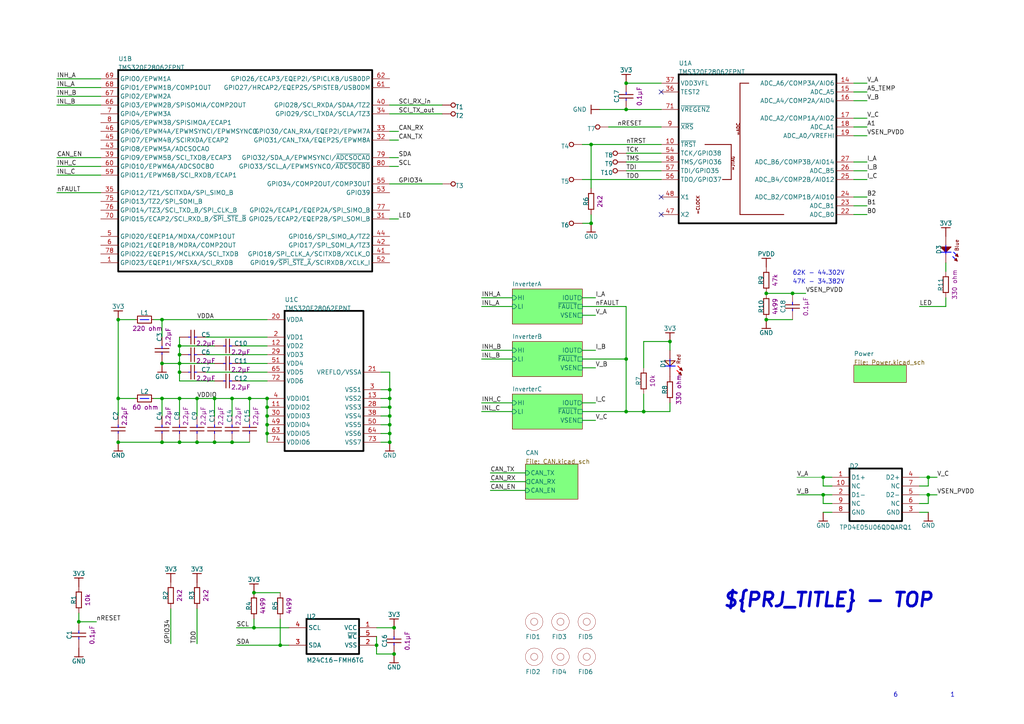
<source format=kicad_sch>
(kicad_sch (version 20230121) (generator eeschema)
  (paper "A4")
  (title_block (title "EPC_25") (date "2023-11-04") (rev "1.0") (company "IPM Group ©"))
  (junction (at 52.07 115.57))
  (junction (at 114.3 182.0672))
  (junction (at 52.07 100.33))
  (junction (at 34.29 128.27))
  (junction (at 113.03 120.65))
  (junction (at 269.24 143.51))
  (junction (at 171.45 64.77))
  (junction (at 67.31 128.27))
  (junction (at 186.69 119.38))
  (junction (at 72.39 115.57))
  (junction (at 57.15 115.57))
  (junction (at 46.99 115.57))
  (junction (at 113.03 118.11))
  (junction (at 181.61 31.75))
  (junction (at 181.61 104.14))
  (junction (at 52.07 128.27))
  (junction (at 181.61 119.38))
  (junction (at 113.03 128.27))
  (junction (at 62.23 115.57))
  (junction (at 222.25 85.09))
  (junction (at 238.76 138.43))
  (junction (at 73.66 182.0672))
  (junction (at 46.99 105.41))
  (junction (at 57.15 128.27))
  (junction (at 77.47 120.65))
  (junction (at 229.87 85.09))
  (junction (at 81.28 187.1472))
  (junction (at 46.99 92.71))
  (junction (at 34.29 115.57))
  (junction (at 109.22 187.1472))
  (junction (at 181.61 24.13))
  (junction (at 171.45 41.91))
  (junction (at 77.47 125.73))
  (junction (at 77.47 123.19))
  (junction (at 269.24 138.43))
  (junction (at 22.86 180.34))
  (junction (at 73.66 171.9072))
  (junction (at 114.3 189.6872))
  (junction (at 46.99 128.27))
  (junction (at 238.76 143.51))
  (junction (at 77.47 118.11))
  (junction (at 113.03 123.19))
  (junction (at 222.25 92.71))
  (junction (at 52.07 102.87))
  (junction (at 77.47 115.57))
  (junction (at 113.03 115.57))
  (junction (at 67.31 115.57))
  (junction (at 62.23 128.27))
  (junction (at 113.03 125.73))
  (junction (at 194.31 99.06))
  (junction (at 113.03 113.03))
  (junction (at 34.29 92.71))
  (junction (at 52.07 107.95))
  (junction (at 52.07 105.41))
  (no_connect (at 191.77 62.23))
  (no_connect (at 191.77 57.15))
  (no_connect (at 191.77 26.67))
  (wire (pts (xy 168.91 106.68) (xy 172.72 106.68)) (stroke (width 0.254)))
  (wire (pts (xy 181.61 119.38) (xy 186.69 119.38)) (stroke (width 0.254)))
  (wire (pts (xy 29.21 50.8) (xy 16.51 50.8)) (stroke (width 0.254)))
  (wire (pts (xy 44.45 92.71) (xy 46.99 92.71)) (stroke (width 0.254)))
  (wire (pts (xy 29.21 22.86) (xy 16.51 22.86)) (stroke (width 0.254)))
  (wire (pts (xy 29.21 48.26) (xy 16.51 48.26)) (stroke (width 0.254)))
  (wire (pts (xy 83.82 187.1472) (xy 81.28 187.1472)) (stroke (width 0.254)))
  (wire (pts (xy 113.03 125.73) (xy 113.03 128.27)) (stroke (width 0.254)))
  (wire (pts (xy 241.3 140.97) (xy 238.76 140.97)) (stroke (width 0.254)))
  (wire (pts (xy 57.15 115.57) (xy 62.23 115.57)) (stroke (width 0.254)))
  (wire (pts (xy 229.87 85.09) (xy 233.68 85.09)) (stroke (width 0.254)))
  (wire (pts (xy 113.03 63.5) (xy 115.57 63.5)) (stroke (width 0.254)))
  (wire (pts (xy 194.31 119.38) (xy 194.31 116.84)) (stroke (width 0.254)))
  (wire (pts (xy 241.3 138.43) (xy 238.76 138.43)) (stroke (width 0.254)))
  (wire (pts (xy 168.91 101.6) (xy 172.72 101.6)) (stroke (width 0.254)))
  (wire (pts (xy 128.27 33.02) (xy 113.03 33.02)) (stroke (width 0.254)))
  (wire (pts (xy 274.32 76.2) (xy 274.32 78.74)) (stroke (width 0.254)))
  (wire (pts (xy 52.07 105.41) (xy 52.07 107.95)) (stroke (width 0.254)))
  (wire (pts (xy 113.03 118.11) (xy 113.03 120.65)) (stroke (width 0.254)))
  (wire (pts (xy 52.07 100.33) (xy 52.07 102.87)) (stroke (width 0.254)))
  (wire (pts (xy 247.65 57.15) (xy 251.46 57.15)) (stroke (width 0.254)))
  (wire (pts (xy 168.91 121.92) (xy 172.72 121.92)) (stroke (width 0.254)))
  (wire (pts (xy 231.14 138.43) (xy 238.76 138.43)))
  (wire (pts (xy 62.23 100.33) (xy 52.07 100.33)) (stroke (width 0.254)))
  (wire (pts (xy 229.87 92.71) (xy 222.25 92.71)) (stroke (width 0.254)))
  (wire (pts (xy 57.15 176.53) (xy 57.15 186.69)) (stroke (width 0.254)))
  (wire (pts (xy 67.31 120.65) (xy 67.31 115.57)) (stroke (width 0.254)))
  (wire (pts (xy 139.7 119.38) (xy 148.59 119.38)) (stroke (width 0.254)))
  (wire (pts (xy 247.65 39.37) (xy 251.46 39.37)) (stroke (width 0.254)))
  (wire (pts (xy 34.29 92.71) (xy 34.29 115.57)) (stroke (width 0.254)))
  (wire (pts (xy 171.45 54.61) (xy 171.45 41.91)) (stroke (width 0.254)))
  (wire (pts (xy 247.65 24.13) (xy 251.46 24.13)) (stroke (width 0.254)))
  (wire (pts (xy 110.49 107.95) (xy 113.03 107.95)) (stroke (width 0.254)))
  (wire (pts (xy 113.03 48.26) (xy 115.57 48.26)) (stroke (width 0.254)))
  (wire (pts (xy 269.24 143.51) (xy 271.78 143.51)) (stroke (width 0.254)))
  (wire (pts (xy 191.77 36.83) (xy 176.53 36.83)) (stroke (width 0.254)))
  (wire (pts (xy 29.21 30.48) (xy 16.51 30.48)) (stroke (width 0.254)))
  (wire (pts (xy 77.47 123.19) (xy 77.47 125.73)) (stroke (width 0.254)))
  (wire (pts (xy 67.31 128.27) (xy 62.23 128.27)) (stroke (width 0.254)))
  (wire (pts (xy 77.47 100.33) (xy 69.85 100.33)) (stroke (width 0.254)))
  (wire (pts (xy 128.27 30.48) (xy 113.03 30.48)) (stroke (width 0.254)))
  (wire (pts (xy 238.76 146.05) (xy 238.76 143.51)) (stroke (width 0.254)))
  (wire (pts (xy 168.91 86.36) (xy 172.72 86.36)) (stroke (width 0.254)))
  (wire (pts (xy 139.7 116.84) (xy 148.59 116.84)) (stroke (width 0.254)))
  (wire (pts (xy 113.03 115.57) (xy 113.03 118.11)) (stroke (width 0.254)))
  (wire (pts (xy 152.4 142.24) (xy 142.24 142.24)) (stroke (width 0.254)))
  (wire (pts (xy 113.03 38.1) (xy 115.57 38.1)) (stroke (width 0.254)))
  (wire (pts (xy 72.39 115.57) (xy 72.39 120.65)) (stroke (width 0.254)))
  (wire (pts (xy 113.03 45.72) (xy 115.57 45.72)) (stroke (width 0.254)))
  (wire (pts (xy 22.86 180.34) (xy 27.94 180.34)) (stroke (width 0.254)))
  (wire (pts (xy 152.4 139.7) (xy 142.24 139.7)) (stroke (width 0.254)))
  (wire (pts (xy 114.3 189.6872) (xy 109.22 189.6872)) (stroke (width 0.254)))
  (wire (pts (xy 81.28 187.1472) (xy 68.58 187.1472)) (stroke (width 0.254)))
  (wire (pts (xy 72.39 115.57) (xy 77.47 115.57)) (stroke (width 0.254)))
  (wire (pts (xy 52.07 107.95) (xy 52.07 110.49)) (stroke (width 0.254)))
  (wire (pts (xy 110.49 128.27) (xy 113.03 128.27)) (stroke (width 0.254)))
  (wire (pts (xy 44.45 115.57) (xy 46.99 115.57)) (stroke (width 0.254)))
  (wire (pts (xy 29.21 25.4) (xy 16.51 25.4)) (stroke (width 0.254)))
  (wire (pts (xy 186.69 114.3) (xy 186.69 119.38)) (stroke (width 0.254)))
  (wire (pts (xy 168.91 41.91) (xy 171.45 41.91)) (stroke (width 0.254)))
  (wire (pts (xy 168.91 88.9) (xy 181.61 88.9)) (stroke (width 0.254)))
  (wire (pts (xy 241.3 148.59) (xy 238.76 148.59)) (stroke (width 0.254)))
  (wire (pts (xy 46.99 97.79) (xy 46.99 92.71)) (stroke (width 0.254)))
  (wire (pts (xy 77.47 105.41) (xy 69.85 105.41)) (stroke (width 0.254)))
  (wire (pts (xy 81.28 179.5272) (xy 81.28 187.1472)) (stroke (width 0.254)))
  (wire (pts (xy 46.99 128.27) (xy 34.29 128.27)) (stroke (width 0.254)))
  (wire (pts (xy 77.47 115.57) (xy 77.47 118.11)) (stroke (width 0.254)))
  (wire (pts (xy 186.69 99.06) (xy 186.69 106.68)) (stroke (width 0.254)))
  (wire (pts (xy 62.23 120.65) (xy 62.23 115.57)) (stroke (width 0.254)))
  (wire (pts (xy 81.28 171.9072) (xy 73.66 171.9072)) (stroke (width 0.254)))
  (wire (pts (xy 168.91 91.44) (xy 172.72 91.44)) (stroke (width 0.254)))
  (wire (pts (xy 57.15 128.27) (xy 52.07 128.27)) (stroke (width 0.254)))
  (wire (pts (xy 194.31 99.06) (xy 194.31 101.6)) (stroke (width 0.254)))
  (wire (pts (xy 139.7 104.14) (xy 148.59 104.14)) (stroke (width 0.254)))
  (wire (pts (xy 271.78 143.51) (xy 269.24 143.51)))
  (wire (pts (xy 247.65 46.99) (xy 251.46 46.99)) (stroke (width 0.254)))
  (wire (pts (xy 39.37 115.57) (xy 34.29 115.57)) (stroke (width 0.254)))
  (wire (pts (xy 73.66 182.0672) (xy 68.58 182.0672)) (stroke (width 0.254)))
  (wire (pts (xy 269.24 146.05) (xy 269.24 143.51)) (stroke (width 0.254)))
  (wire (pts (xy 83.82 182.0672) (xy 73.66 182.0672)) (stroke (width 0.254)))
  (wire (pts (xy 269.24 138.43) (xy 271.78 138.43)) (stroke (width 0.254)))
  (wire (pts (xy 110.49 123.19) (xy 113.03 123.19)) (stroke (width 0.254)))
  (wire (pts (xy 22.86 177.8) (xy 22.86 180.34)) (stroke (width 0.254)))
  (wire (pts (xy 46.99 115.57) (xy 46.99 120.65)) (stroke (width 0.254)))
  (wire (pts (xy 247.65 49.53) (xy 251.46 49.53)) (stroke (width 0.254)))
  (wire (pts (xy 168.91 116.84) (xy 172.72 116.84)) (stroke (width 0.254)))
  (wire (pts (xy 113.03 107.95) (xy 113.03 113.03)) (stroke (width 0.254)))
  (wire (pts (xy 139.7 88.9) (xy 148.59 88.9)) (stroke (width 0.254)))
  (wire (pts (xy 186.69 119.38) (xy 194.31 119.38)) (stroke (width 0.254)))
  (wire (pts (xy 247.65 26.67) (xy 251.46 26.67)) (stroke (width 0.254)))
  (wire (pts (xy 77.47 118.11) (xy 77.47 120.65)) (stroke (width 0.254)))
  (wire (pts (xy 62.23 115.57) (xy 67.31 115.57)) (stroke (width 0.254)))
  (wire (pts (xy 274.32 86.36) (xy 274.32 88.9)) (stroke (width 0.254)))
  (wire (pts (xy 247.65 59.69) (xy 251.46 59.69)) (stroke (width 0.254)))
  (wire (pts (xy 247.65 34.29) (xy 251.46 34.29)) (stroke (width 0.254)))
  (wire (pts (xy 77.47 107.95) (xy 59.69 107.95)) (stroke (width 0.254)))
  (wire (pts (xy 29.21 55.88) (xy 16.51 55.88)) (stroke (width 0.254)))
  (wire (pts (xy 266.7 146.05) (xy 269.24 146.05)) (stroke (width 0.254)))
  (wire (pts (xy 171.45 41.91) (xy 191.77 41.91)) (stroke (width 0.254)))
  (wire (pts (xy 191.77 44.45) (xy 181.61 44.45)) (stroke (width 0.254)))
  (wire (pts (xy 39.37 92.71) (xy 34.29 92.71)) (stroke (width 0.254)))
  (wire (pts (xy 29.21 27.94) (xy 16.51 27.94)) (stroke (width 0.254)))
  (wire (pts (xy 52.07 128.27) (xy 46.99 128.27)) (stroke (width 0.254)))
  (wire (pts (xy 152.4 137.16) (xy 142.24 137.16)) (stroke (width 0.254)))
  (wire (pts (xy 52.07 110.49) (xy 62.23 110.49)) (stroke (width 0.254)))
  (wire (pts (xy 52.07 115.57) (xy 57.15 115.57)) (stroke (width 0.254)))
  (wire (pts (xy 52.07 102.87) (xy 52.07 105.41)) (stroke (width 0.254)))
  (wire (pts (xy 269.24 138.43) (xy 266.7 138.43)))
  (wire (pts (xy 231.14 143.51) (xy 238.76 143.51)) (stroke (width 0.254)))
  (wire (pts (xy 113.03 123.19) (xy 113.03 125.73)) (stroke (width 0.254)))
  (wire (pts (xy 109.22 182.0672) (xy 114.3 182.0672)) (stroke (width 0.254)))
  (wire (pts (xy 191.77 31.75) (xy 181.61 31.75)) (stroke (width 0.254)))
  (wire (pts (xy 269.24 143.51) (xy 266.7 143.51)))
  (wire (pts (xy 191.77 49.53) (xy 181.61 49.53)) (stroke (width 0.254)))
  (wire (pts (xy 181.61 24.13) (xy 191.77 24.13)) (stroke (width 0.254)))
  (wire (pts (xy 274.32 88.9) (xy 266.7 88.9)) (stroke (width 0.254)))
  (wire (pts (xy 46.99 105.41) (xy 52.07 105.41)) (stroke (width 0.254)))
  (wire (pts (xy 77.47 97.79) (xy 59.69 97.79)) (stroke (width 0.254)))
  (wire (pts (xy 67.31 115.57) (xy 72.39 115.57)) (stroke (width 0.254)))
  (wire (pts (xy 113.03 120.65) (xy 113.03 123.19)) (stroke (width 0.254)))
  (wire (pts (xy 73.66 179.5272) (xy 73.66 182.0672)) (stroke (width 0.254)))
  (wire (pts (xy 238.76 140.97) (xy 238.76 138.43)) (stroke (width 0.254)))
  (wire (pts (xy 52.07 120.65) (xy 52.07 115.57)) (stroke (width 0.254)))
  (wire (pts (xy 247.65 52.07) (xy 251.46 52.07)) (stroke (width 0.254)))
  (wire (pts (xy 110.49 125.73) (xy 113.03 125.73)) (stroke (width 0.254)))
  (wire (pts (xy 62.23 105.41) (xy 52.07 105.41)) (stroke (width 0.254)))
  (wire (pts (xy 168.91 64.77) (xy 171.45 64.77)) (stroke (width 0.254)))
  (wire (pts (xy 191.77 52.07) (xy 168.91 52.07)) (stroke (width 0.254)))
  (wire (pts (xy 62.23 128.27) (xy 57.15 128.27)) (stroke (width 0.254)))
  (wire (pts (xy 247.65 62.23) (xy 251.46 62.23)) (stroke (width 0.254)))
  (wire (pts (xy 110.49 118.11) (xy 113.03 118.11)) (stroke (width 0.254)))
  (wire (pts (xy 266.7 140.97) (xy 269.24 140.97)) (stroke (width 0.254)))
  (wire (pts (xy 77.47 120.65) (xy 77.47 123.19)) (stroke (width 0.254)))
  (wire (pts (xy 269.24 148.59) (xy 266.7 148.59)) (stroke (width 0.254)))
  (wire (pts (xy 269.24 140.97) (xy 269.24 138.43)) (stroke (width 0.254)))
  (wire (pts (xy 77.47 102.87) (xy 59.69 102.87)) (stroke (width 0.254)))
  (wire (pts (xy 181.61 119.38) (xy 181.61 104.14)) (stroke (width 0.254)))
  (wire (pts (xy 29.21 45.72) (xy 16.51 45.72)) (stroke (width 0.254)))
  (wire (pts (xy 110.49 113.03) (xy 113.03 113.03)) (stroke (width 0.254)))
  (wire (pts (xy 46.99 92.71) (xy 77.47 92.71)) (stroke (width 0.254)))
  (wire (pts (xy 46.99 115.57) (xy 52.07 115.57)) (stroke (width 0.254)))
  (wire (pts (xy 109.22 187.1472) (xy 109.22 184.6072)) (stroke (width 0.254)))
  (wire (pts (xy 139.7 86.36) (xy 148.59 86.36)) (stroke (width 0.254)))
  (wire (pts (xy 110.49 115.57) (xy 113.03 115.57)) (stroke (width 0.254)))
  (wire (pts (xy 49.53 176.53) (xy 49.53 186.69)) (stroke (width 0.254)))
  (wire (pts (xy 109.22 189.6872) (xy 109.22 187.1472)) (stroke (width 0.254)))
  (wire (pts (xy 113.03 113.03) (xy 113.03 115.57)) (stroke (width 0.254)))
  (wire (pts (xy 247.65 36.83) (xy 251.46 36.83)) (stroke (width 0.254)))
  (wire (pts (xy 271.78 138.43) (xy 269.24 138.43)))
  (wire (pts (xy 168.91 119.38) (xy 181.61 119.38)) (stroke (width 0.254)))
  (wire (pts (xy 72.39 128.27) (xy 67.31 128.27)) (stroke (width 0.254)))
  (wire (pts (xy 194.31 99.06) (xy 186.69 99.06)) (stroke (width 0.254)))
  (wire (pts (xy 222.25 85.09) (xy 229.87 85.09)) (stroke (width 0.254)))
  (wire (pts (xy 139.7 101.6) (xy 148.59 101.6)) (stroke (width 0.254)))
  (wire (pts (xy 191.77 46.99) (xy 181.61 46.99)) (stroke (width 0.254)))
  (wire (pts (xy 113.03 40.64) (xy 115.57 40.64)) (stroke (width 0.254)))
  (wire (pts (xy 110.49 120.65) (xy 113.03 120.65)) (stroke (width 0.254)))
  (wire (pts (xy 57.15 120.65) (xy 57.15 115.57)) (stroke (width 0.254)))
  (wire (pts (xy 238.76 143.51) (xy 241.3 143.51)) (stroke (width 0.254)))
  (wire (pts (xy 241.3 146.05) (xy 238.76 146.05)) (stroke (width 0.254)))
  (wire (pts (xy 181.61 31.75) (xy 173.99 31.75)) (stroke (width 0.254)))
  (wire (pts (xy 77.47 110.49) (xy 69.85 110.49)) (stroke (width 0.254)))
  (wire (pts (xy 128.27 53.34) (xy 113.03 53.34)) (stroke (width 0.254)))
  (wire (pts (xy 77.47 125.73) (xy 77.47 128.27)) (stroke (width 0.254)))
  (wire (pts (xy 181.61 104.14) (xy 181.61 88.9)) (stroke (width 0.254)))
  (wire (pts (xy 52.07 97.79) (xy 52.07 100.33)) (stroke (width 0.254)))
  (wire (pts (xy 247.65 29.21) (xy 251.46 29.21)) (stroke (width 0.254)))
  (wire (pts (xy 171.45 64.77) (xy 171.45 62.23)) (stroke (width 0.254)))
  (wire (pts (xy 168.91 104.14) (xy 181.61 104.14)) (stroke (width 0.254)))
  (wire (pts (xy 34.29 115.57) (xy 34.29 120.65)) (stroke (width 0.254)))
  (text "${PRJ_TITLE} - TOP" (at 209.55 176.53 0) (effects (font (size 4 4) bold italic) (justify left bottom)))
  (text "${##}" (at 259.08 202.3872 0) (effects (font (size 1.27 1.27)) (justify left bottom)))
  (text "62K - 44.302V" (at 229.87 80.01 0) (effects (font (size 1.27 1.27)) (justify left bottom)))
  (text "${#}" (at 275.59 202.3872 0) (effects (font (size 1.27 1.27)) (justify left bottom)))
  (text "47K - 34.382V" (at 229.87 82.55 0) (effects (font (size 1.27 1.27)) (justify left bottom)))
  (label "INH_C" (at 139.7 116.84 180))
  (label "nRESET" (at 27.94 180.34 180))
  (label "V_A" (at 251.46 24.13 180))
  (label "GPIO34" (at 115.57 53.34 180))
  (label "I_B" (at 251.46 49.53 180))
  (label "I_C" (at 172.72 116.84 180))
  (label "I_B" (at 172.72 101.6 180))
  (label "B0" (at 251.46 62.23 180))
  (label "INL_A" (at 16.51 25.4 180))
  (label "SCI_RX_in" (at 115.57 30.48 180))
  (label "SDA" (at 115.57 45.72 180))
  (label "SCL" (at 115.57 48.26 180))
  (label "CAN_EN" (at 142.24 142.24 180))
  (label "TDO" (at 57.15 186.69 270))
  (label "INL_A" (at 139.7 88.9 180))
  (label "INL_B" (at 16.51 30.48 180))
  (label "A5_TEMP" (at 251.46 26.67 180))
  (label "V_C" (at 172.72 121.92 180))
  (label "V_A" (at 231.14 138.43 180))
  (label "V_C" (at 251.46 34.29 180))
  (label "I_C" (at 251.46 52.07 180))
  (label "nFAULT" (at 16.51 55.88 180))
  (label "nRESET" (at 179.07 36.83 180))
  (label "TDI" (at 181.61 49.53 180))
  (label "I_A" (at 172.72 86.36 180))
  (label "B1" (at 251.46 59.69 180))
  (label "VDDA" (at 57.15 92.71 180))
  (label "TDO" (at 181.61 52.07 180))
  (label "CAN_RX" (at 142.24 139.7 180))
  (label "LED" (at 266.7 88.9 180))
  (label "INL_B" (at 139.7 104.14 180))
  (label "SDA" (at 68.58 187.1472 180))
  (label "CAN_EN" (at 16.51 45.72 180))
  (label "V_B" (at 251.46 29.21 180))
  (label "LED" (at 115.57 63.5 180))
  (label "INL_C" (at 139.7 119.38 180))
  (label "V_B" (at 231.14 143.51 180))
  (label "V_A" (at 172.72 91.44 180))
  (label "INH_A" (at 139.7 86.36 180))
  (label "SCI_TX_out" (at 115.57 33.02 180))
  (label "VSEN_PVDD" (at 251.46 39.37 180))
  (label "V_C" (at 271.78 138.43 180))
  (label "nTRST" (at 181.61 41.91 180))
  (label "I_A" (at 251.46 46.99 180))
  (label "CAN_TX" (at 115.57 40.64 180))
  (label "GPIO34" (at 49.53 186.69 270))
  (label "SCL" (at 68.58 182.0672 180))
  (label "INH_B" (at 16.51 27.94 180))
  (label "A1" (at 251.46 36.83 180))
  (label "nFAULT" (at 172.72 88.9 180))
  (label "INL_C" (at 16.51 50.8 180))
  (label "CAN_TX" (at 142.24 137.16 180))
  (label "VDDIO" (at 57.15 115.57 180))
  (label "INH_C" (at 16.51 48.26 180))
  (label "B2" (at 251.46 57.15 180))
  (label "VSEN_PVDD" (at 271.78 143.51 180))
  (label "V_B" (at 172.72 106.68 180))
  (label "TCK" (at 181.61 44.45 180))
  (label "VSEN_PVDD" (at 233.68 85.09 180))
  (label "INH_B" (at 139.7 101.6 180))
  (label "CAN_RX" (at 115.57 38.1 180))
  (label "TMS" (at 181.61 46.99 180))
  (label "INH_A" (at 16.51 22.86 180))
  (symbol (lib_id "EPC_25-altium-import:root_0_Test_Point_L") (at 128.27 50.8 0) (unit 1) (in_bom no)
    (property "Reference" "T3" (at 132.08 54.61 0) (effects (justify left bottom)))
    (property "Value" "Test_Point_L" (effects hide))
    (property "Footprint" "TestPoint_1" (effects hide))
    (property "SUPPLIER 1" "Farnell" (effects hide))
    (property "SUPPLIER 2" "RSComponents" (effects hide))
    (property "SUPPLIER 3" "Digi-Key" (effects hide))
  )
  (symbol (lib_id "EPC_25-altium-import:root_1_Resistor") (at 171.45 62.23 0) (unit 1)
    (property "Reference" "R6" (at 170.688 58.42 90) (effects (justify bottom)))
    (property "Value" "${VALUEDISPLAYED}" (effects hide))
    (property "Footprint" "RESC1005X04L" (effects hide))
    (property "VALUEDISPLAYED" "2k2" (at 174.752 58.42 90) (effects (justify bottom)))
    (property "PART NUMBER" "R0402_2k2" (effects hide))
    (property "CASE" "0402" (effects hide))
    (property "DESIGNATOR" "R0402_2k2" (effects hide))
    (property "MANUFACTURER" "PANASONIC" (effects hide))
    (property "MANUFACTURER PART NUMBER" "ERJ2RKF2201X" (effects hide))
    (property "MANUFACTURER1" "KOA" (effects hide))
    (property "MANUFACTURER1 PART NUMBER" "RK73H1ETTP2201F" (effects hide))
    (property "COMPONENT HEIGHT" "0.4mm" (effects hide))
    (property "PART DESCRIPTION" "RES, 2.2 kohm, 50 V, 0402, 100 mW" (effects hide))
    (property "PIN COUNT" "2" (effects hide))
    (property "POWER" "0.1W" (effects hide))
    (property "SMD" "Yes" (effects hide))
    (property "ALTIUM_VALUE" "2200" (effects hide))
    (property "TC" "±100ppm/°C" (effects hide))
    (property "SUPPLIER 1" "Farnell" (effects hide))
    (property "SUPPLIER 2" "RSComponents" (effects hide))
    (property "SUPPLIER 3" "Digi-Key" (effects hide))
    (property "SUPPLIER PART NUMBER 1" "2302673" (effects hide))
    (property "SUPPLIER PART NUMBER 2" "631-8177" (effects hide))
    (property "SUPPLIER PART NUMBER 3" "P2.20KLCT-ND" (effects hide))
    (property "TOLERANCE" "±1%" (effects hide))
  )
  (symbol (lib_id "EPC_25-altium-import:PVDD") (at 222.25 77.47 180) (unit 1)
    (property "Reference" "#PWR016" (effects hide))
    (property "Value" "PVDD" (at 222.25 73.66 0))
  )
  (symbol (lib_id "EPC_25-altium-import:root_3_LED Red 0402") (at 194.31 105.41 0) (unit 1)
    (property "Reference" "D1" (at 193.04 105.41 90) (effects (justify bottom)))
    (property "Value" "${COLOR}" (effects hide))
    (property "Footprint" "WL-SMCC_0402 R" (effects hide))
    (property "COLOR" "Red" (effects hide))
    (property "PACKAGEDESCRIPTION" "0402" (effects hide))
    (property "PART DESCRIPTION" "LED Red 0402 WL-SMCC" (effects hide))
    (property "MANUFACTURER" "WURTH" (effects hide))
    (property "MANUFACTURER PART NUMBER" "150040RS73240" (effects hide))
    (property "PIN COUNT" "2" (effects hide))
    (property "MOUNTED" "Yes" (effects hide))
    (property "SMD" "Yes" (effects hide))
    (property "AUTHOR" "CERN DEM JLC" (effects hide))
    (property "MANUFACTURER1 COMPONENTHEIGHT" "0.5mm" (effects hide))
    (property "CASE" "0402" (effects hide))
    (property "PART NUMBER" "150040RS73240" (effects hide))
    (property "SUPPLIER 1" "Farnell" (effects hide))
    (property "SUPPLIER 2" "RSComponents" (effects hide))
    (property "SUPPLIER 3" "Digi-Key" (effects hide))
    (property "SUPPLIER PART NUMBER 1" "2900754" (effects hide))
    (property "SUPPLIER PART NUMBER 2" "176-6150" (effects hide))
    (property "SUPPLIER PART NUMBER 3" "732-11991-1-ND" (effects hide))
  )
  (symbol (lib_id "EPC_25-altium-import:root_0_TMS320F28062FPNT") (at 191.77 21.59 0) (unit 1)
    (property "Reference" "U1" (at 196.85 19.05 0) (effects (justify left bottom)))
    (property "Value" "${MANUFACTURER PART NUMBER}" (at 196.85 21.59 0) (effects (justify left bottom)))
    (property "Footprint" "PN80-L" (effects hide))
    (property "CASE" "LQFP" (effects hide))
    (property "MANUFACTURER1 COMPONENTHEIGHT" "1.05mm" (effects hide))
    (property "MANUFACTURER" "Texas Instruments" (effects hide))
    (property "MANUFACTURER PART NUMBER" "TMS320F28062FPNT" (effects hide))
    (property "MOUNTED" "Yes" (effects hide))
    (property "PART DESCRIPTION" "MCU 32BIT 128KB FLASH 80LQFP" (effects hide))
    (property "PART NUMBER" "TMS320F28062FPNT" (effects hide))
    (property "PIN COUNT" "80" (effects hide))
    (property "SMD" "Yes" (effects hide))
    (property "PACKAGEDESCRIPTION" "LQFP-80" (effects hide))
    (property "PITCH" "0.5mm" (effects hide))
    (property "SUPPLIER 1" "Farnell" (effects hide))
    (property "SUPPLIER 2" "RSComponents" (effects hide))
    (property "SUPPLIER 3" "Digi-Key" (effects hide))
    (property "SUPPLIER PART NUMBER 1" "2428917" (effects hide))
    (property "SUPPLIER PART NUMBER 3" "296-35003-ND" (effects hide))
  )
  (symbol (lib_id "EPC_25-altium-import:root_0_Capacitor") (at 62.23 100.33 0) (unit 1)
    (property "Reference" "C10" (at 69.85 100.33 0) (effects (justify bottom)))
    (property "Value" "${VALUEDISPLAYED}" (effects hide))
    (property "Footprint" "CAPC1005X05L" (effects hide))
    (property "VALUEDISPLAYED" "2.2µF" (at 69.85 102.87 0) (effects (justify bottom)))
    (property "PART NUMBER" "C0402_2u2 6.3V" (effects hide))
    (property "CASE" "0402" (effects hide))
    (property "DESIGNATOR" "C0402_2u2 6.3V" (effects hide))
    (property "MANUFACTURER" "MURATA" (effects hide))
    (property "MANUFACTURER PART NUMBER" "GRM155R60J225KE95D" (effects hide))
    (property "MANUFACTURER1" "Samsung" (effects hide))
    (property "MANUFACTURER1 PART NUMBER" "CL05A225KQ5NSNC" (effects hide))
    (property "COMPONENT HEIGHT" "0.55mm" (effects hide))
    (property "PART DESCRIPTION" "CAP, CERM, 0402, 2.2 µF, 6.3 V, ± 10%, X5R" (effects hide))
    (property "PIN COUNT" "2" (effects hide))
    (property "SMD" "Yes" (effects hide))
    (property "DIELECTRIC" "X5R" (effects hide))
    (property "TOLERANCE" "±10%" (effects hide))
    (property "CAP_F" "0,0000022" (effects hide))
    (property "ALTIUM_VALUE" "2.2uF" (effects hide))
    (property "VOLTAGE" "6.3V" (effects hide))
    (property "SUPPLIER 1" "Farnell" (effects hide))
    (property "SUPPLIER 2" "RSComponents" (effects hide))
    (property "SUPPLIER 3" "Digi-Key" (effects hide))
    (property "SUPPLIER PART NUMBER 1" "1288200" (effects hide))
    (property "SUPPLIER PART NUMBER 2" "766-0996" (effects hide))
    (property "SUPPLIER PART NUMBER 3" "490-12532-1-ND" (effects hide))
  )
  (symbol (lib_id "EPC_25-altium-import:root_0_Fiducial") (at 154.94 190.5 0) (unit 1) (in_bom no)
    (property "Reference" "FID2" (at 152.4 195.58 0) (effects (justify left bottom)))
    (property "Value" "Fiducial" (effects hide))
    (property "Footprint" "FIDUCIAL_TOP_C100-200" (effects hide))
    (property "MANUFACTURER" "N/A" (effects hide))
    (property "CLASSNAME" "FiducialMark" (effects hide))
  )
  (symbol (lib_id "EPC_25-altium-import:root_0_mirrored_Test_Point_L") (at 181.61 41.91 0) (unit 1) (in_bom no)
    (property "Reference" "T8" (at 177.8 45.72 0) (effects (justify right bottom)))
    (property "Value" "Test_Point_L" (effects hide))
    (property "Footprint" "TestPoint_1" (effects hide))
    (property "SUPPLIER 1" "Farnell" (effects hide))
    (property "SUPPLIER 2" "RSComponents" (effects hide))
    (property "SUPPLIER 3" "Digi-Key" (effects hide))
  )
  (symbol (lib_id "EPC_25-altium-import:root_0_Fiducial") (at 162.56 190.5 0) (unit 1) (in_bom no)
    (property "Reference" "FID4" (at 160.02 195.58 0) (effects (justify left bottom)))
    (property "Value" "Fiducial" (effects hide))
    (property "Footprint" "FIDUCIAL_TOP_C100-200" (effects hide))
    (property "MANUFACTURER" "N/A" (effects hide))
    (property "CLASSNAME" "FiducialMark" (effects hide))
  )
  (symbol (lib_id "EPC_25-altium-import:GND") (at 238.76 148.59 0) (unit 1)
    (property "Reference" "#PWR018" (effects hide))
    (property "Value" "GND" (at 238.76 152.4 0))
  )
  (symbol (lib_id "EPC_25-altium-import:3V3") (at 73.66 171.9072 180) (unit 1)
    (property "Reference" "#PWR08" (effects hide))
    (property "Value" "3V3" (at 73.66 168.0972 0))
  )
  (symbol (lib_id "EPC_25-altium-import:GND") (at 22.86 187.96 0) (unit 1)
    (property "Reference" "#PWR02" (effects hide))
    (property "Value" "GND" (at 22.86 191.77 0))
  )
  (symbol (lib_id "EPC_25-altium-import:root_0_mirrored_Test_Point_L") (at 168.91 62.23 0) (unit 1) (in_bom no)
    (property "Reference" "T6" (at 165.1 66.04 0) (effects (justify right bottom)))
    (property "Value" "Test_Point_L" (effects hide))
    (property "Footprint" "TestPoint_1" (effects hide))
    (property "SUPPLIER 1" "Farnell" (effects hide))
    (property "SUPPLIER 2" "RSComponents" (effects hide))
    (property "SUPPLIER 3" "Digi-Key" (effects hide))
  )
  (symbol (lib_id "EPC_25-altium-import:root_3_LED Blue 0402") (at 274.32 72.39 0) (unit 1)
    (property "Reference" "D3" (at 273.05 72.39 90) (effects (justify bottom)))
    (property "Value" "${COLOR}" (effects hide))
    (property "Footprint" "WL-SMCC_0402 B" (effects hide))
    (property "COLOR" "Blue" (effects hide))
    (property "PACKAGEDESCRIPTION" "0402" (effects hide))
    (property "PART DESCRIPTION" "LED Blue 0402 WL-SMCC" (effects hide))
    (property "MANUFACTURER" "WURTH" (effects hide))
    (property "MANUFACTURER PART NUMBER" "150040BS73240" (effects hide))
    (property "PIN COUNT" "2" (effects hide))
    (property "MOUNTED" "Yes" (effects hide))
    (property "SMD" "Yes" (effects hide))
    (property "AUTHOR" "AB" (effects hide))
    (property "MANUFACTURER1 COMPONENTHEIGHT" "0.5mm" (effects hide))
    (property "CASE" "0402" (effects hide))
    (property "PART NUMBER" "150040BS73240" (effects hide))
    (property "SUPPLIER 1" "Farnell" (effects hide))
    (property "SUPPLIER 2" "RSComponents" (effects hide))
    (property "SUPPLIER 3" "Digi-Key" (effects hide))
    (property "SUPPLIER PART NUMBER 1" "2900752" (effects hide))
    (property "SUPPLIER PART NUMBER 2" "176-6081" (effects hide))
    (property "SUPPLIER PART NUMBER 3" "732-11989-1-ND" (effects hide))
  )
  (symbol (lib_id "EPC_25-altium-import:root_1_Capacitor") (at 181.61 31.75 0) (unit 1)
    (property "Reference" "C17" (at 179.578 27.94 90) (effects (justify bottom)))
    (property "Value" "${VALUEDISPLAYED}" (effects hide))
    (property "Footprint" "CAPC1005X05L" (effects hide))
    (property "VALUEDISPLAYED" "0.1µF" (at 186.182 27.94 90) (effects (justify bottom)))
    (property "PART NUMBER" "C0402_100nF 16V" (effects hide))
    (property "CASE" "0402" (effects hide))
    (property "DESIGNATOR" "C0402_100nF 16V" (effects hide))
    (property "MANUFACTURER" "KEMET" (effects hide))
    (property "MANUFACTURER PART NUMBER" "C0402C104M4RACAUTO" (effects hide))
    (property "COMPONENT HEIGHT" "0.55mm" (effects hide))
    (property "PART DESCRIPTION" "CAP, CERM, 0402, 0.1 µF, 16 V, ± 20%, X7R" (effects hide))
    (property "PIN COUNT" "2" (effects hide))
    (property "SMD" "Yes" (effects hide))
    (property "DIELECTRIC" "X7R" (effects hide))
    (property "TOLERANCE" "±20%" (effects hide))
    (property "CAP_F" "0,0000001" (effects hide))
    (property "ALTIUM_VALUE" "0.1uF" (effects hide))
    (property "VOLTAGE" "16V" (effects hide))
    (property "SUPPLIER 1" "Farnell" (effects hide))
    (property "SUPPLIER 2" "RSComponents" (effects hide))
    (property "SUPPLIER 3" "Digi-Key" (effects hide))
    (property "SUPPLIER PART NUMBER 1" "2773075" (effects hide))
    (property "SUPPLIER PART NUMBER 2" "133-5648" (effects hide))
    (property "SUPPLIER PART NUMBER 3" "399-13707-1-ND" (effects hide))
  )
  (symbol (lib_id "EPC_25-altium-import:GND") (at 173.99 31.75 270) (unit 1)
    (property "Reference" "#PWR013" (effects hide))
    (property "Value" "GND" (at 170.18 31.75 90) (effects (justify right)))
  )
  (symbol (lib_id "EPC_25-altium-import:root_0_mirrored_Test_Point_L") (at 181.61 46.99 0) (unit 1) (in_bom no)
    (property "Reference" "T10" (at 177.8 50.8 0) (effects (justify right bottom)))
    (property "Value" "Test_Point_L" (effects hide))
    (property "Footprint" "TestPoint_1" (effects hide))
    (property "SUPPLIER 1" "Farnell" (effects hide))
    (property "SUPPLIER 2" "RSComponents" (effects hide))
    (property "SUPPLIER 3" "Digi-Key" (effects hide))
  )
  (symbol (lib_id "EPC_25-altium-import:root_0_TMS320F28062FPNT") (at 29.21 20.32 0) (unit 2)
    (property "Reference" "U1" (at 34.29 17.78 0) (effects (justify left bottom)))
    (property "Value" "${MANUFACTURER PART NUMBER}" (at 34.29 20.32 0) (effects (justify left bottom)))
    (property "Footprint" "PN80-L" (effects hide))
    (property "CASE" "LQFP" (effects hide))
    (property "MANUFACTURER1 COMPONENTHEIGHT" "1.05mm" (effects hide))
    (property "MANUFACTURER" "Texas Instruments" (effects hide))
    (property "MANUFACTURER PART NUMBER" "TMS320F28062FPNT" (effects hide))
    (property "MOUNTED" "Yes" (effects hide))
    (property "PART DESCRIPTION" "MCU 32BIT 128KB FLASH 80LQFP" (effects hide))
    (property "PART NUMBER" "TMS320F28062FPNT" (effects hide))
    (property "PIN COUNT" "80" (effects hide))
    (property "SMD" "Yes" (effects hide))
    (property "PACKAGEDESCRIPTION" "LQFP-80" (effects hide))
    (property "PITCH" "0.5mm" (effects hide))
    (property "SUPPLIER 1" "Farnell" (effects hide))
    (property "SUPPLIER 2" "RSComponents" (effects hide))
    (property "SUPPLIER 3" "Digi-Key" (effects hide))
    (property "SUPPLIER PART NUMBER 1" "2428917" (effects hide))
    (property "SUPPLIER PART NUMBER 3" "296-35003-ND" (effects hide))
  )
  (symbol (lib_id "EPC_25-altium-import:GND") (at 113.03 128.27 0) (unit 1)
    (property "Reference" "#PWR09" (effects hide))
    (property "Value" "GND" (at 113.03 132.08 0))
  )
  (symbol (lib_id "EPC_25-altium-import:root_1_Resistor") (at 22.86 177.8 0) (unit 1)
    (property "Reference" "R1" (at 22.098 173.99 90) (effects (justify bottom)))
    (property "Value" "${VALUEDISPLAYED}" (effects hide))
    (property "Footprint" "RESC1005X04L" (effects hide))
    (property "VALUEDISPLAYED" "10k" (at 26.162 173.99 90) (effects (justify bottom)))
    (property "PART NUMBER" "R0402_10k" (effects hide))
    (property "CASE" "0402" (effects hide))
    (property "DESIGNATOR" "R0402_10K" (effects hide))
    (property "MANUFACTURER" "MULTICOMP" (effects hide))
    (property "MANUFACTURER PART NUMBER" "MCMR04X1002FTL" (effects hide))
    (property "MANUFACTURER1" "TE Connectivity" (effects hide))
    (property "MANUFACTURER1 PART NUMBER" "CRG0402F10K" (effects hide))
    (property "COMPONENT HEIGHT" "0.4mm" (effects hide))
    (property "PART DESCRIPTION" "RES, 10 kohm, 50 V, 0402, 63 mW" (effects hide))
    (property "PIN COUNT" "2" (effects hide))
    (property "POWER" "0.0625W" (effects hide))
    (property "SMD" "Yes" (effects hide))
    (property "ALTIUM_VALUE" "10000" (effects hide))
    (property "TC" "±100ppm/°C" (effects hide))
    (property "SUPPLIER 1" "Farnell" (effects hide))
    (property "SUPPLIER 2" "RSComponents" (effects hide))
    (property "SUPPLIER 3" "Digi-Key" (effects hide))
    (property "SUPPLIER PART NUMBER 1" "2072517" (effects hide))
    (property "SUPPLIER PART NUMBER 2" "667-8848" (effects hide))
    (property "SUPPLIER PART NUMBER 3" "541-3959-1-ND" (effects hide))
    (property "TOLERANCE" "±1%" (effects hide))
  )
  (symbol (lib_id "EPC_25-altium-import:GND") (at 171.45 64.77 0) (unit 1)
    (property "Reference" "#PWR012" (effects hide))
    (property "Value" "GND" (at 171.45 68.58 0))
  )
  (symbol (lib_id "EPC_25-altium-import:root_0_M24C16-FMH6TG") (at 83.82 179.5272 0) (unit 1)
    (property "Reference" "U2" (at 88.9 179.5272 0) (effects (justify left bottom)))
    (property "Value" "${MANUFACTURER PART NUMBER}" (at 88.9 192.2272 0) (effects (justify left bottom)))
    (property "Footprint" "SON40P170X60-6N" (effects hide))
    (property "MANUFACTURER" "ST" (effects hide))
    (property "MANUFACTURER PART NUMBER" "M24C16-FMH6TG" (effects hide))
    (property "MOUNTED" "Yes" (effects hide))
    (property "PART DESCRIPTION" "EEPROM 16K I2C 5UFDFPN" (effects hide))
    (property "PIN COUNT" "5" (effects hide))
    (property "SMD" "Yes" (effects hide))
    (property "CASE" "UFDFN" (effects hide))
    (property "PACKAGEDESCRIPTION" "5-UFDFPN (1,7x1,4)" (effects hide))
    (property "PART NUMBER" "M24C16-FMH6TG" (effects hide))
    (property "SUPPLIER 1" "Farnell" (effects hide))
    (property "SUPPLIER 2" "RSComponents" (effects hide))
    (property "SUPPLIER 3" "Digi-Key" (effects hide))
    (property "SUPPLIER PART NUMBER 3" "497-14333-1-ND" (effects hide))
  )
  (symbol (lib_id "EPC_25-altium-import:GND") (at 34.29 128.27 0) (unit 1)
    (property "Reference" "#PWR04" (effects hide))
    (property "Value" "GND" (at 34.29 132.08 0))
  )
  (symbol (lib_id "EPC_25-altium-import:root_1_Capacitor") (at 72.39 128.27 0) (unit 1)
    (property "Reference" "C15" (at 72.39 120.65 90) (effects (justify bottom)))
    (property "Value" "${VALUEDISPLAYED}" (effects hide))
    (property "Footprint" "CAPC1005X05L" (effects hide))
    (property "VALUEDISPLAYED" "2.2µF" (at 74.93 120.65 90) (effects (justify bottom)))
    (property "PART NUMBER" "C0402_2u2 6.3V" (effects hide))
    (property "CASE" "0402" (effects hide))
    (property "DESIGNATOR" "C0402_2u2 6.3V" (effects hide))
    (property "MANUFACTURER" "MURATA" (effects hide))
    (property "MANUFACTURER PART NUMBER" "GRM155R60J225KE95D" (effects hide))
    (property "MANUFACTURER1" "Samsung" (effects hide))
    (property "MANUFACTURER1 PART NUMBER" "CL05A225KQ5NSNC" (effects hide))
    (property "COMPONENT HEIGHT" "0.55mm" (effects hide))
    (property "PART DESCRIPTION" "CAP, CERM, 0402, 2.2 µF, 6.3 V, ± 10%, X5R" (effects hide))
    (property "PIN COUNT" "2" (effects hide))
    (property "SMD" "Yes" (effects hide))
    (property "DIELECTRIC" "X5R" (effects hide))
    (property "TOLERANCE" "±10%" (effects hide))
    (property "CAP_F" "0,0000022" (effects hide))
    (property "ALTIUM_VALUE" "2.2uF" (effects hide))
    (property "VOLTAGE" "6.3V" (effects hide))
    (property "SUPPLIER 1" "Farnell" (effects hide))
    (property "SUPPLIER 2" "RSComponents" (effects hide))
    (property "SUPPLIER 3" "Digi-Key" (effects hide))
    (property "SUPPLIER PART NUMBER 1" "1288200" (effects hide))
    (property "SUPPLIER PART NUMBER 2" "766-0996" (effects hide))
    (property "SUPPLIER PART NUMBER 3" "490-12532-1-ND" (effects hide))
  )
  (symbol (lib_id "EPC_25-altium-import:root_0_Test_Point_L") (at 128.27 27.94 0) (unit 1) (in_bom no)
    (property "Reference" "T1" (at 132.08 31.75 0) (effects (justify left bottom)))
    (property "Value" "Test_Point_L" (effects hide))
    (property "Footprint" "TestPoint_1" (effects hide))
    (property "SUPPLIER 1" "Farnell" (effects hide))
    (property "SUPPLIER 2" "RSComponents" (effects hide))
    (property "SUPPLIER 3" "Digi-Key" (effects hide))
  )
  (symbol (lib_id "EPC_25-altium-import:root_0_ESD TPD4E05U06QDQARQ1") (at 241.3 135.89 0) (unit 1)
    (property "Reference" "D2" (at 246.38 135.89 0) (effects (justify left bottom)))
    (property "Value" "${MANUFACTURER PART NUMBER}" (at 254 153.67 0) (effects (justify bottom)))
    (property "Footprint" "DQA0010A" (effects hide))
    (property "PACKAGEDESCRIPTION" "10-USON (2,5x1)" (effects hide))
    (property "VOLTAGE" "5V" (effects hide))
    (property "PART DESCRIPTION" "TVS DIODE 5.5V 14V 10USON" (effects hide))
    (property "MANUFACTURER" "Texas Instruments" (effects hide))
    (property "MANUFACTURER PART NUMBER" "TPD4E05U06QDQARQ1" (effects hide))
    (property "PIN COUNT" "10" (effects hide))
    (property "CASE" "USON" (effects hide))
    (property "MOUNTED" "Yes" (effects hide))
    (property "SMD" "Yes" (effects hide))
    (property "AUTHOR" "AB" (effects hide))
    (property "MANUFACTURER1 COMPONENTHEIGHT" "0.6mm" (effects hide))
    (property "PART NUMBER" "TPD4E05U06QDQARQ1" (effects hide))
    (property "SUPPLIER 1" "Farnell" (effects hide))
    (property "SUPPLIER 2" "RSComponents" (effects hide))
    (property "SUPPLIER 3" "Digi-Key" (effects hide))
    (property "SUPPLIER PART NUMBER 3" "296-40696-1-ND" (effects hide))
  )
  (symbol (lib_id "EPC_25-altium-import:root_0_L BLM15PD600SN1D") (at 41.91 115.57 0) (unit 1)
    (property "Reference" "L2" (at 41.91 114.3 0) (effects (justify bottom)))
    (property "Value" "${MANUFACTURER PART NUMBER}" (effects hide))
    (property "Footprint" "INDC1005X55N" (effects hide))
    (property "MANUFACTURER" "MURATA" (effects hide))
    (property "IMAX_A" "1.7" (effects hide))
    (property "DCR_OHM" "0.06" (effects hide))
    (property "SUPPLIER 1" "Farnell" (effects hide))
    (property "SUPPLIER PART NUMBER 1" "2443231" (effects hide))
    (property "SUPPLIER 2" "RSComponents" (effects hide))
    (property "SUPPLIER PART NUMBER 2" "839-0806" (effects hide))
    (property "SUPPLIER 3" "Digi-Key" (effects hide))
    (property "SUPPLIER PART NUMBER 3" "490-5201-1-ND" (effects hide))
    (property "CASE" "0402" (effects hide))
    (property "MANUFACTURER PART NUMBER" "BLM15PD600SN1D" (effects hide))
    (property "MOUNTED" "Yes" (effects hide))
    (property "PACKAGEDESCRIPTION" "0402" (effects hide))
    (property "PART DESCRIPTION" "FERRITE BEAD 60 OHM 0402" (effects hide))
    (property "PART NUMBER" "BLM15PD600SN1D" (effects hide))
    (property "PIN COUNT" "2" (effects hide))
    (property "SMD" "Yes" (effects hide))
    (property "ALTIUM_VALUE" "60 ohm" (at 38.354 118.872 0) (effects (justify left bottom)))
  )
  (symbol (lib_id "EPC_25-altium-import:3V3") (at 181.61 24.13 180) (unit 1)
    (property "Reference" "#PWR014" (effects hide))
    (property "Value" "3V3" (at 181.61 20.32 0))
  )
  (symbol (lib_id "EPC_25-altium-import:root_0_Fiducial") (at 170.18 180.34 0) (unit 1) (in_bom no)
    (property "Reference" "FID5" (at 167.64 185.42 0) (effects (justify left bottom)))
    (property "Value" "Fiducial" (effects hide))
    (property "Footprint" "FIDUCIAL_TOP_C100-200" (effects hide))
    (property "MANUFACTURER" "N/A" (effects hide))
    (property "CLASSNAME" "FiducialMark" (effects hide))
  )
  (symbol (lib_id "EPC_25-altium-import:3V3") (at 274.32 68.58 180) (unit 1)
    (property "Reference" "#PWR020" (effects hide))
    (property "Value" "3V3" (at 274.32 64.77 0))
  )
  (symbol (lib_id "EPC_25-altium-import:3V3") (at 34.29 92.71 180) (unit 1)
    (property "Reference" "#PWR03" (effects hide))
    (property "Value" "3V3" (at 34.29 88.9 0))
  )
  (symbol (lib_id "EPC_25-altium-import:root_1_Capacitor") (at 22.86 187.96 0) (unit 1)
    (property "Reference" "C1" (at 20.828 184.15 90) (effects (justify bottom)))
    (property "Value" "${VALUEDISPLAYED}" (effects hide))
    (property "Footprint" "CAPC1005X05L" (effects hide))
    (property "VALUEDISPLAYED" "0.1µF" (at 27.432 184.15 90) (effects (justify bottom)))
    (property "PART NUMBER" "C0402_100nF 16V" (effects hide))
    (property "CASE" "0402" (effects hide))
    (property "DESIGNATOR" "C0402_100nF 16V" (effects hide))
    (property "MANUFACTURER" "KEMET" (effects hide))
    (property "MANUFACTURER PART NUMBER" "C0402C104M4RACAUTO" (effects hide))
    (property "COMPONENT HEIGHT" "0.55mm" (effects hide))
    (property "PART DESCRIPTION" "CAP, CERM, 0402, 0.1 µF, 16 V, ± 20%, X7R" (effects hide))
    (property "PIN COUNT" "2" (effects hide))
    (property "SMD" "Yes" (effects hide))
    (property "DIELECTRIC" "X7R" (effects hide))
    (property "TOLERANCE" "±20%" (effects hide))
    (property "CAP_F" "0,0000001" (effects hide))
    (property "ALTIUM_VALUE" "0.1uF" (effects hide))
    (property "VOLTAGE" "16V" (effects hide))
    (property "SUPPLIER 1" "Farnell" (effects hide))
    (property "SUPPLIER 2" "RSComponents" (effects hide))
    (property "SUPPLIER 3" "Digi-Key" (effects hide))
    (property "SUPPLIER PART NUMBER 1" "2773075" (effects hide))
    (property "SUPPLIER PART NUMBER 2" "133-5648" (effects hide))
    (property "SUPPLIER PART NUMBER 3" "399-13707-1-ND" (effects hide))
  )
  (symbol (lib_id "EPC_25-altium-import:root_1_Capacitor") (at 57.15 128.27 0) (unit 1)
    (property "Reference" "C9" (at 57.15 120.65 90) (effects (justify bottom)))
    (property "Value" "${VALUEDISPLAYED}" (effects hide))
    (property "Footprint" "CAPC1005X05L" (effects hide))
    (property "VALUEDISPLAYED" "2.2µF" (at 59.69 120.65 90) (effects (justify bottom)))
    (property "PART NUMBER" "C0402_2u2 6.3V" (effects hide))
    (property "CASE" "0402" (effects hide))
    (property "DESIGNATOR" "C0402_2u2 6.3V" (effects hide))
    (property "MANUFACTURER" "MURATA" (effects hide))
    (property "MANUFACTURER PART NUMBER" "GRM155R60J225KE95D" (effects hide))
    (property "MANUFACTURER1" "Samsung" (effects hide))
    (property "MANUFACTURER1 PART NUMBER" "CL05A225KQ5NSNC" (effects hide))
    (property "COMPONENT HEIGHT" "0.55mm" (effects hide))
    (property "PART DESCRIPTION" "CAP, CERM, 0402, 2.2 µF, 6.3 V, ± 10%, X5R" (effects hide))
    (property "PIN COUNT" "2" (effects hide))
    (property "SMD" "Yes" (effects hide))
    (property "DIELECTRIC" "X5R" (effects hide))
    (property "TOLERANCE" "±10%" (effects hide))
    (property "CAP_F" "0,0000022" (effects hide))
    (property "ALTIUM_VALUE" "2.2uF" (effects hide))
    (property "VOLTAGE" "6.3V" (effects hide))
    (property "SUPPLIER 1" "Farnell" (effects hide))
    (property "SUPPLIER 2" "RSComponents" (effects hide))
    (property "SUPPLIER 3" "Digi-Key" (effects hide))
    (property "SUPPLIER PART NUMBER 1" "1288200" (effects hide))
    (property "SUPPLIER PART NUMBER 2" "766-0996" (effects hide))
    (property "SUPPLIER PART NUMBER 3" "490-12532-1-ND" (effects hide))
  )
  (symbol (lib_id "EPC_25-altium-import:root_1_Resistor") (at 49.53 176.53 0) (unit 1)
    (property "Reference" "R2" (at 48.768 172.72 90) (effects (justify bottom)))
    (property "Value" "${VALUEDISPLAYED}" (effects hide))
    (property "Footprint" "RESC1005X04L" (effects hide))
    (property "VALUEDISPLAYED" "2k2" (at 52.832 172.72 90) (effects (justify bottom)))
    (property "PART NUMBER" "R0402_2k2" (effects hide))
    (property "CASE" "0402" (effects hide))
    (property "DESIGNATOR" "R0402_2k2" (effects hide))
    (property "MANUFACTURER" "PANASONIC" (effects hide))
    (property "MANUFACTURER PART NUMBER" "ERJ2RKF2201X" (effects hide))
    (property "MANUFACTURER1" "KOA" (effects hide))
    (property "MANUFACTURER1 PART NUMBER" "RK73H1ETTP2201F" (effects hide))
    (property "COMPONENT HEIGHT" "0.4mm" (effects hide))
    (property "PART DESCRIPTION" "RES, 2.2 kohm, 50 V, 0402, 100 mW" (effects hide))
    (property "PIN COUNT" "2" (effects hide))
    (property "POWER" "0.1W" (effects hide))
    (property "SMD" "Yes" (effects hide))
    (property "ALTIUM_VALUE" "2200" (effects hide))
    (property "TC" "±100ppm/°C" (effects hide))
    (property "SUPPLIER 1" "Farnell" (effects hide))
    (property "SUPPLIER 2" "RSComponents" (effects hide))
    (property "SUPPLIER 3" "Digi-Key" (effects hide))
    (property "SUPPLIER PART NUMBER 1" "2302673" (effects hide))
    (property "SUPPLIER PART NUMBER 2" "631-8177" (effects hide))
    (property "SUPPLIER PART NUMBER 3" "P2.20KLCT-ND" (effects hide))
    (property "TOLERANCE" "±1%" (effects hide))
  )
  (symbol (lib_id "EPC_25-altium-import:root_1_Capacitor") (at 34.29 128.27 0) (unit 1)
    (property "Reference" "C2" (at 34.29 120.65 90) (effects (justify bottom)))
    (property "Value" "${VALUEDISPLAYED}" (effects hide))
    (property "Footprint" "CAPC1005X05L" (effects hide))
    (property "VALUEDISPLAYED" "2.2µF" (at 36.83 120.65 90) (effects (justify bottom)))
    (property "PART NUMBER" "C0402_2u2 6.3V" (effects hide))
    (property "CASE" "0402" (effects hide))
    (property "DESIGNATOR" "C0402_2u2 6.3V" (effects hide))
    (property "MANUFACTURER" "MURATA" (effects hide))
    (property "MANUFACTURER PART NUMBER" "GRM155R60J225KE95D" (effects hide))
    (property "MANUFACTURER1" "Samsung" (effects hide))
    (property "MANUFACTURER1 PART NUMBER" "CL05A225KQ5NSNC" (effects hide))
    (property "COMPONENT HEIGHT" "0.55mm" (effects hide))
    (property "PART DESCRIPTION" "CAP, CERM, 0402, 2.2 µF, 6.3 V, ± 10%, X5R" (effects hide))
    (property "PIN COUNT" "2" (effects hide))
    (property "SMD" "Yes" (effects hide))
    (property "DIELECTRIC" "X5R" (effects hide))
    (property "TOLERANCE" "±10%" (effects hide))
    (property "CAP_F" "0,0000022" (effects hide))
    (property "ALTIUM_VALUE" "2.2uF" (effects hide))
    (property "VOLTAGE" "6.3V" (effects hide))
    (property "SUPPLIER 1" "Farnell" (effects hide))
    (property "SUPPLIER 2" "RSComponents" (effects hide))
    (property "SUPPLIER 3" "Digi-Key" (effects hide))
    (property "SUPPLIER PART NUMBER 1" "1288200" (effects hide))
    (property "SUPPLIER PART NUMBER 2" "766-0996" (effects hide))
    (property "SUPPLIER PART NUMBER 3" "490-12532-1-ND" (effects hide))
  )
  (symbol (lib_id "EPC_25-altium-import:root_0_Test_Point_L") (at 128.27 30.48 0) (unit 1) (in_bom no)
    (property "Reference" "T2" (at 132.08 34.29 0) (effects (justify left bottom)))
    (property "Value" "Test_Point_L" (effects hide))
    (property "Footprint" "TestPoint_1" (effects hide))
    (property "SUPPLIER 1" "Farnell" (effects hide))
    (property "SUPPLIER 2" "RSComponents" (effects hide))
    (property "SUPPLIER 3" "Digi-Key" (effects hide))
  )
  (symbol (lib_id "EPC_25-altium-import:root_1_Capacitor") (at 46.99 128.27 0) (unit 1)
    (property "Reference" "C4" (at 46.99 120.65 90) (effects (justify bottom)))
    (property "Value" "${VALUEDISPLAYED}" (effects hide))
    (property "Footprint" "CAPC1005X05L" (effects hide))
    (property "VALUEDISPLAYED" "2.2µF" (at 49.53 120.65 90) (effects (justify bottom)))
    (property "PART NUMBER" "C0402_2u2 6.3V" (effects hide))
    (property "CASE" "0402" (effects hide))
    (property "DESIGNATOR" "C0402_2u2 6.3V" (effects hide))
    (property "MANUFACTURER" "MURATA" (effects hide))
    (property "MANUFACTURER PART NUMBER" "GRM155R60J225KE95D" (effects hide))
    (property "MANUFACTURER1" "Samsung" (effects hide))
    (property "MANUFACTURER1 PART NUMBER" "CL05A225KQ5NSNC" (effects hide))
    (property "COMPONENT HEIGHT" "0.55mm" (effects hide))
    (property "PART DESCRIPTION" "CAP, CERM, 0402, 2.2 µF, 6.3 V, ± 10%, X5R" (effects hide))
    (property "PIN COUNT" "2" (effects hide))
    (property "SMD" "Yes" (effects hide))
    (property "DIELECTRIC" "X5R" (effects hide))
    (property "TOLERANCE" "±10%" (effects hide))
    (property "CAP_F" "0,0000022" (effects hide))
    (property "ALTIUM_VALUE" "2.2uF" (effects hide))
    (property "VOLTAGE" "6.3V" (effects hide))
    (property "SUPPLIER 1" "Farnell" (effects hide))
    (property "SUPPLIER 2" "RSComponents" (effects hide))
    (property "SUPPLIER 3" "Digi-Key" (effects hide))
    (property "SUPPLIER PART NUMBER 1" "1288200" (effects hide))
    (property "SUPPLIER PART NUMBER 2" "766-0996" (effects hide))
    (property "SUPPLIER PART NUMBER 3" "490-12532-1-ND" (effects hide))
  )
  (symbol (lib_id "EPC_25-altium-import:root_0_Capacitor") (at 52.07 107.95 0) (unit 1)
    (property "Reference" "C7" (at 59.69 107.95 0) (effects (justify bottom)))
    (property "Value" "${VALUEDISPLAYED}" (effects hide))
    (property "Footprint" "CAPC1005X05L" (effects hide))
    (property "VALUEDISPLAYED" "2.2µF" (at 59.69 110.49 0) (effects (justify bottom)))
    (property "PART NUMBER" "C0402_2u2 6.3V" (effects hide))
    (property "CASE" "0402" (effects hide))
    (property "DESIGNATOR" "C0402_2u2 6.3V" (effects hide))
    (property "MANUFACTURER" "MURATA" (effects hide))
    (property "MANUFACTURER PART NUMBER" "GRM155R60J225KE95D" (effects hide))
    (property "MANUFACTURER1" "Samsung" (effects hide))
    (property "MANUFACTURER1 PART NUMBER" "CL05A225KQ5NSNC" (effects hide))
    (property "COMPONENT HEIGHT" "0.55mm" (effects hide))
    (property "PART DESCRIPTION" "CAP, CERM, 0402, 2.2 µF, 6.3 V, ± 10%, X5R" (effects hide))
    (property "PIN COUNT" "2" (effects hide))
    (property "SMD" "Yes" (effects hide))
    (property "DIELECTRIC" "X5R" (effects hide))
    (property "TOLERANCE" "±10%" (effects hide))
    (property "CAP_F" "0,0000022" (effects hide))
    (property "ALTIUM_VALUE" "2.2uF" (effects hide))
    (property "VOLTAGE" "6.3V" (effects hide))
    (property "SUPPLIER 1" "Farnell" (effects hide))
    (property "SUPPLIER 2" "RSComponents" (effects hide))
    (property "SUPPLIER 3" "Digi-Key" (effects hide))
    (property "SUPPLIER PART NUMBER 1" "1288200" (effects hide))
    (property "SUPPLIER PART NUMBER 2" "766-0996" (effects hide))
    (property "SUPPLIER PART NUMBER 3" "490-12532-1-ND" (effects hide))
  )
  (symbol (lib_id "EPC_25-altium-import:root_0_Capacitor") (at 62.23 110.49 0) (unit 1)
    (property "Reference" "C12" (at 69.85 110.49 0) (effects (justify bottom)))
    (property "Value" "${VALUEDISPLAYED}" (effects hide))
    (property "Footprint" "CAPC1005X05L" (effects hide))
    (property "VALUEDISPLAYED" "2.2µF" (at 69.85 113.03 0) (effects (justify bottom)))
    (property "PART NUMBER" "C0402_2u2 6.3V" (effects hide))
    (property "CASE" "0402" (effects hide))
    (property "DESIGNATOR" "C0402_2u2 6.3V" (effects hide))
    (property "MANUFACTURER" "MURATA" (effects hide))
    (property "MANUFACTURER PART NUMBER" "GRM155R60J225KE95D" (effects hide))
    (property "MANUFACTURER1" "Samsung" (effects hide))
    (property "MANUFACTURER1 PART NUMBER" "CL05A225KQ5NSNC" (effects hide))
    (property "COMPONENT HEIGHT" "0.55mm" (effects hide))
    (property "PART DESCRIPTION" "CAP, CERM, 0402, 2.2 µF, 6.3 V, ± 10%, X5R" (effects hide))
    (property "PIN COUNT" "2" (effects hide))
    (property "SMD" "Yes" (effects hide))
    (property "DIELECTRIC" "X5R" (effects hide))
    (property "TOLERANCE" "±10%" (effects hide))
    (property "CAP_F" "0,0000022" (effects hide))
    (property "ALTIUM_VALUE" "2.2uF" (effects hide))
    (property "VOLTAGE" "6.3V" (effects hide))
    (property "SUPPLIER 1" "Farnell" (effects hide))
    (property "SUPPLIER 2" "RSComponents" (effects hide))
    (property "SUPPLIER 3" "Digi-Key" (effects hide))
    (property "SUPPLIER PART NUMBER 1" "1288200" (effects hide))
    (property "SUPPLIER PART NUMBER 2" "766-0996" (effects hide))
    (property "SUPPLIER PART NUMBER 3" "490-12532-1-ND" (effects hide))
  )
  (symbol (lib_id "EPC_25-altium-import:3V3") (at 49.53 168.91 180) (unit 1)
    (property "Reference" "#PWR06" (effects hide))
    (property "Value" "3V3" (at 49.53 165.1 0))
  )
  (symbol (lib_id "EPC_25-altium-import:root_1_Capacitor") (at 229.87 92.71 0) (unit 1)
    (property "Reference" "C18" (at 227.838 88.9 90) (effects (justify bottom)))
    (property "Value" "${VALUEDISPLAYED}" (effects hide))
    (property "Footprint" "CAPC1005X05L" (effects hide))
    (property "VALUEDISPLAYED" "0.1µF" (at 234.442 88.9 90) (effects (justify bottom)))
    (property "PART NUMBER" "C0402_100nF 16V" (effects hide))
    (property "CASE" "0402" (effects hide))
    (property "DESIGNATOR" "C0402_100nF 16V" (effects hide))
    (property "MANUFACTURER" "KEMET" (effects hide))
    (property "MANUFACTURER PART NUMBER" "C0402C104M4RACAUTO" (effects hide))
    (property "COMPONENT HEIGHT" "0.55mm" (effects hide))
    (property "PART DESCRIPTION" "CAP, CERM, 0402, 0.1 µF, 16 V, ± 20%, X7R" (effects hide))
    (property "PIN COUNT" "2" (effects hide))
    (property "SMD" "Yes" (effects hide))
    (property "DIELECTRIC" "X7R" (effects hide))
    (property "TOLERANCE" "±20%" (effects hide))
    (property "CAP_F" "0,0000001" (effects hide))
    (property "ALTIUM_VALUE" "0.1uF" (effects hide))
    (property "VOLTAGE" "16V" (effects hide))
    (property "SUPPLIER 1" "Farnell" (effects hide))
    (property "SUPPLIER 2" "RSComponents" (effects hide))
    (property "SUPPLIER 3" "Digi-Key" (effects hide))
    (property "SUPPLIER PART NUMBER 1" "2773075" (effects hide))
    (property "SUPPLIER PART NUMBER 2" "133-5648" (effects hide))
    (property "SUPPLIER PART NUMBER 3" "399-13707-1-ND" (effects hide))
  )
  (symbol (lib_id "EPC_25-altium-import:root_0_Capacitor") (at 62.23 105.41 0) (unit 1)
    (property "Reference" "C11" (at 69.85 105.41 0) (effects (justify bottom)))
    (property "Value" "${VALUEDISPLAYED}" (effects hide))
    (property "Footprint" "CAPC1005X05L" (effects hide))
    (property "VALUEDISPLAYED" "2.2µF" (at 69.85 107.95 0) (effects (justify bottom)))
    (property "PART NUMBER" "C0402_2u2 6.3V" (effects hide))
    (property "CASE" "0402" (effects hide))
    (property "DESIGNATOR" "C0402_2u2 6.3V" (effects hide))
    (property "MANUFACTURER" "MURATA" (effects hide))
    (property "MANUFACTURER PART NUMBER" "GRM155R60J225KE95D" (effects hide))
    (property "MANUFACTURER1" "Samsung" (effects hide))
    (property "MANUFACTURER1 PART NUMBER" "CL05A225KQ5NSNC" (effects hide))
    (property "COMPONENT HEIGHT" "0.55mm" (effects hide))
    (property "PART DESCRIPTION" "CAP, CERM, 0402, 2.2 µF, 6.3 V, ± 10%, X5R" (effects hide))
    (property "PIN COUNT" "2" (effects hide))
    (property "SMD" "Yes" (effects hide))
    (property "DIELECTRIC" "X5R" (effects hide))
    (property "TOLERANCE" "±10%" (effects hide))
    (property "CAP_F" "0,0000022" (effects hide))
    (property "ALTIUM_VALUE" "2.2uF" (effects hide))
    (property "VOLTAGE" "6.3V" (effects hide))
    (property "SUPPLIER 1" "Farnell" (effects hide))
    (property "SUPPLIER 2" "RSComponents" (effects hide))
    (property "SUPPLIER 3" "Digi-Key" (effects hide))
    (property "SUPPLIER PART NUMBER 1" "1288200" (effects hide))
    (property "SUPPLIER PART NUMBER 2" "766-0996" (effects hide))
    (property "SUPPLIER PART NUMBER 3" "490-12532-1-ND" (effects hide))
  )
  (symbol (lib_id "EPC_25-altium-import:root_0_TMS320F28062FPNT") (at 77.47 90.17 0) (unit 3)
    (property "Reference" "U1" (at 82.55 87.63 0) (effects (justify left bottom)))
    (property "Value" "${MANUFACTURER PART NUMBER}" (at 82.55 90.17 0) (effects (justify left bottom)))
    (property "Footprint" "PN80-L" (effects hide))
    (property "CASE" "LQFP" (effects hide))
    (property "MANUFACTURER1 COMPONENTHEIGHT" "1.05mm" (effects hide))
    (property "MANUFACTURER" "Texas Instruments" (effects hide))
    (property "MANUFACTURER PART NUMBER" "TMS320F28062FPNT" (effects hide))
    (property "MOUNTED" "Yes" (effects hide))
    (property "PART DESCRIPTION" "MCU 32BIT 128KB FLASH 80LQFP" (effects hide))
    (property "PART NUMBER" "TMS320F28062FPNT" (effects hide))
    (property "PIN COUNT" "80" (effects hide))
    (property "SMD" "Yes" (effects hide))
    (property "PACKAGEDESCRIPTION" "LQFP-80" (effects hide))
    (property "PITCH" "0.5mm" (effects hide))
    (property "SUPPLIER 1" "Farnell" (effects hide))
    (property "SUPPLIER 2" "RSComponents" (effects hide))
    (property "SUPPLIER 3" "Digi-Key" (effects hide))
    (property "SUPPLIER PART NUMBER 1" "2428917" (effects hide))
    (property "SUPPLIER PART NUMBER 3" "296-35003-ND" (effects hide))
  )
  (symbol (lib_id "EPC_25-altium-import:root_1_Resistor") (at 81.28 179.5272 0) (unit 1)
    (property "Reference" "R5" (at 80.518 175.7172 90) (effects (justify bottom)))
    (property "Value" "${VALUEDISPLAYED}" (effects hide))
    (property "Footprint" "RESC1005X04L" (effects hide))
    (property "VALUEDISPLAYED" "4k99" (at 84.582 175.7172 90) (effects (justify bottom)))
    (property "PART NUMBER" "R0402_4k99" (effects hide))
    (property "CASE" "0402" (effects hide))
    (property "DESIGNATOR" "R0402_4k99" (effects hide))
    (property "MANUFACTURER" "PANASONIC" (effects hide))
    (property "MANUFACTURER PART NUMBER" "ERJ2RKF4991X" (effects hide))
    (property "MANUFACTURER1" "KOA" (effects hide))
    (property "MANUFACTURER1 PART NUMBER" "RK73H1ETTP4991F" (effects hide))
    (property "COMPONENT HEIGHT" "0.4mm" (effects hide))
    (property "PART DESCRIPTION" "RES, 4.99 kohm, 50 V, 0402, 100 mW" (effects hide))
    (property "PIN COUNT" "2" (effects hide))
    (property "POWER" "0.1W" (effects hide))
    (property "SMD" "Yes" (effects hide))
    (property "ALTIUM_VALUE" "4990" (effects hide))
    (property "TC" "±100ppm/°C" (effects hide))
    (property "SUPPLIER 1" "Farnell" (effects hide))
    (property "SUPPLIER 2" "RSComponents" (effects hide))
    (property "SUPPLIER 3" "Digi-Key" (effects hide))
    (property "SUPPLIER PART NUMBER 1" "2059145" (effects hide))
    (property "SUPPLIER PART NUMBER 2" "123-4324" (effects hide))
    (property "SUPPLIER PART NUMBER 3" "P4.99KLCT-ND" (effects hide))
    (property "TOLERANCE" "±1%" (effects hide))
  )
  (symbol (lib_id "EPC_25-altium-import:root_1_Resistor") (at 57.15 176.53 0) (unit 1)
    (property "Reference" "R3" (at 56.388 172.72 90) (effects (justify bottom)))
    (property "Value" "${VALUEDISPLAYED}" (effects hide))
    (property "Footprint" "RESC1005X04L" (effects hide))
    (property "VALUEDISPLAYED" "2k2" (at 60.452 172.72 90) (effects (justify bottom)))
    (property "PART NUMBER" "R0402_2k2" (effects hide))
    (property "CASE" "0402" (effects hide))
    (property "DESIGNATOR" "R0402_2k2" (effects hide))
    (property "MANUFACTURER" "PANASONIC" (effects hide))
    (property "MANUFACTURER PART NUMBER" "ERJ2RKF2201X" (effects hide))
    (property "MANUFACTURER1" "KOA" (effects hide))
    (property "MANUFACTURER1 PART NUMBER" "RK73H1ETTP2201F" (effects hide))
    (property "COMPONENT HEIGHT" "0.4mm" (effects hide))
    (property "PART DESCRIPTION" "RES, 2.2 kohm, 50 V, 0402, 100 mW" (effects hide))
    (property "PIN COUNT" "2" (effects hide))
    (property "POWER" "0.1W" (effects hide))
    (property "SMD" "Yes" (effects hide))
    (property "ALTIUM_VALUE" "2200" (effects hide))
    (property "TC" "±100ppm/°C" (effects hide))
    (property "SUPPLIER 1" "Farnell" (effects hide))
    (property "SUPPLIER 2" "RSComponents" (effects hide))
    (property "SUPPLIER 3" "Digi-Key" (effects hide))
    (property "SUPPLIER PART NUMBER 1" "2302673" (effects hide))
    (property "SUPPLIER PART NUMBER 2" "631-8177" (effects hide))
    (property "SUPPLIER PART NUMBER 3" "P2.20KLCT-ND" (effects hide))
    (property "TOLERANCE" "±1%" (effects hide))
  )
  (symbol (lib_id "EPC_25-altium-import:root_1_Capacitor") (at 46.99 105.41 0) (unit 1)
    (property "Reference" "C3" (at 46.99 97.79 90) (effects (justify bottom)))
    (property "Value" "${VALUEDISPLAYED}" (effects hide))
    (property "Footprint" "CAPC1005X05L" (effects hide))
    (property "VALUEDISPLAYED" "2.2µF" (at 49.53 97.79 90) (effects (justify bottom)))
    (property "PART NUMBER" "C0402_2u2 6.3V" (effects hide))
    (property "CASE" "0402" (effects hide))
    (property "DESIGNATOR" "C0402_2u2 6.3V" (effects hide))
    (property "MANUFACTURER" "MURATA" (effects hide))
    (property "MANUFACTURER PART NUMBER" "GRM155R60J225KE95D" (effects hide))
    (property "MANUFACTURER1" "Samsung" (effects hide))
    (property "MANUFACTURER1 PART NUMBER" "CL05A225KQ5NSNC" (effects hide))
    (property "COMPONENT HEIGHT" "0.55mm" (effects hide))
    (property "PART DESCRIPTION" "CAP, CERM, 0402, 2.2 µF, 6.3 V, ± 10%, X5R" (effects hide))
    (property "PIN COUNT" "2" (effects hide))
    (property "SMD" "Yes" (effects hide))
    (property "DIELECTRIC" "X5R" (effects hide))
    (property "TOLERANCE" "±10%" (effects hide))
    (property "CAP_F" "0,0000022" (effects hide))
    (property "ALTIUM_VALUE" "2.2uF" (effects hide))
    (property "VOLTAGE" "6.3V" (effects hide))
    (property "SUPPLIER 1" "Farnell" (effects hide))
    (property "SUPPLIER 2" "RSComponents" (effects hide))
    (property "SUPPLIER 3" "Digi-Key" (effects hide))
    (property "SUPPLIER PART NUMBER 1" "1288200" (effects hide))
    (property "SUPPLIER PART NUMBER 2" "766-0996" (effects hide))
    (property "SUPPLIER PART NUMBER 3" "490-12532-1-ND" (effects hide))
  )
  (symbol (lib_id "EPC_25-altium-import:root_0_mirrored_Test_Point_L") (at 176.53 34.29 0) (unit 1) (in_bom no)
    (property "Reference" "T7" (at 172.72 38.1 0) (effects (justify right bottom)))
    (property "Value" "Test_Point_L" (effects hide))
    (property "Footprint" "TestPoint_1" (effects hide))
    (property "SUPPLIER 1" "Farnell" (effects hide))
    (property "SUPPLIER 2" "RSComponents" (effects hide))
    (property "SUPPLIER 3" "Digi-Key" (effects hide))
  )
  (symbol (lib_id "EPC_25-altium-import:GND") (at 222.25 92.71 0) (unit 1)
    (property "Reference" "#PWR017" (effects hide))
    (property "Value" "GND" (at 222.25 96.52 0))
  )
  (symbol (lib_id "EPC_25-altium-import:root_0_Fiducial") (at 170.18 190.5 0) (unit 1) (in_bom no)
    (property "Reference" "FID6" (at 167.64 195.58 0) (effects (justify left bottom)))
    (property "Value" "Fiducial" (effects hide))
    (property "Footprint" "FIDUCIAL_TOP_C100-200" (effects hide))
    (property "MANUFACTURER" "N/A" (effects hide))
    (property "CLASSNAME" "FiducialMark" (effects hide))
  )
  (symbol (lib_id "EPC_25-altium-import:root_1_Capacitor") (at 114.3 189.6872 0) (unit 1)
    (property "Reference" "C16" (at 112.268 185.8772 90) (effects (justify bottom)))
    (property "Value" "${VALUEDISPLAYED}" (effects hide))
    (property "Footprint" "CAPC1005X05L" (effects hide))
    (property "VALUEDISPLAYED" "0.1µF" (at 118.872 185.8772 90) (effects (justify bottom)))
    (property "PART NUMBER" "C0402_100nF 16V" (effects hide))
    (property "CASE" "0402" (effects hide))
    (property "DESIGNATOR" "C0402_100nF 16V" (effects hide))
    (property "MANUFACTURER" "KEMET" (effects hide))
    (property "MANUFACTURER PART NUMBER" "C0402C104M4RACAUTO" (effects hide))
    (property "COMPONENT HEIGHT" "0.55mm" (effects hide))
    (property "PART DESCRIPTION" "CAP, CERM, 0402, 0.1 µF, 16 V, ± 20%, X7R" (effects hide))
    (property "PIN COUNT" "2" (effects hide))
    (property "SMD" "Yes" (effects hide))
    (property "DIELECTRIC" "X7R" (effects hide))
    (property "TOLERANCE" "±20%" (effects hide))
    (property "CAP_F" "0,0000001" (effects hide))
    (property "ALTIUM_VALUE" "0.1uF" (effects hide))
    (property "VOLTAGE" "16V" (effects hide))
    (property "SUPPLIER 1" "Farnell" (effects hide))
    (property "SUPPLIER 2" "RSComponents" (effects hide))
    (property "SUPPLIER 3" "Digi-Key" (effects hide))
    (property "SUPPLIER PART NUMBER 1" "2773075" (effects hide))
    (property "SUPPLIER PART NUMBER 2" "133-5648" (effects hide))
    (property "SUPPLIER PART NUMBER 3" "399-13707-1-ND" (effects hide))
  )
  (symbol (lib_id "EPC_25-altium-import:GND") (at 114.3 189.6872 0) (unit 1)
    (property "Reference" "#PWR011" (effects hide))
    (property "Value" "GND" (at 114.3 193.4972 0))
  )
  (symbol (lib_id "EPC_25-altium-import:root_1_Capacitor") (at 52.07 128.27 0) (unit 1)
    (property "Reference" "C8" (at 52.07 120.65 90) (effects (justify bottom)))
    (property "Value" "${VALUEDISPLAYED}" (effects hide))
    (property "Footprint" "CAPC1005X05L" (effects hide))
    (property "VALUEDISPLAYED" "2.2µF" (at 54.61 120.65 90) (effects (justify bottom)))
    (property "PART NUMBER" "C0402_2u2 6.3V" (effects hide))
    (property "CASE" "0402" (effects hide))
    (property "DESIGNATOR" "C0402_2u2 6.3V" (effects hide))
    (property "MANUFACTURER" "MURATA" (effects hide))
    (property "MANUFACTURER PART NUMBER" "GRM155R60J225KE95D" (effects hide))
    (property "MANUFACTURER1" "Samsung" (effects hide))
    (property "MANUFACTURER1 PART NUMBER" "CL05A225KQ5NSNC" (effects hide))
    (property "COMPONENT HEIGHT" "0.55mm" (effects hide))
    (property "PART DESCRIPTION" "CAP, CERM, 0402, 2.2 µF, 6.3 V, ± 10%, X5R" (effects hide))
    (property "PIN COUNT" "2" (effects hide))
    (property "SMD" "Yes" (effects hide))
    (property "DIELECTRIC" "X5R" (effects hide))
    (property "TOLERANCE" "±10%" (effects hide))
    (property "CAP_F" "0,0000022" (effects hide))
    (property "ALTIUM_VALUE" "2.2uF" (effects hide))
    (property "VOLTAGE" "6.3V" (effects hide))
    (property "SUPPLIER 1" "Farnell" (effects hide))
    (property "SUPPLIER 2" "RSComponents" (effects hide))
    (property "SUPPLIER 3" "Digi-Key" (effects hide))
    (property "SUPPLIER PART NUMBER 1" "1288200" (effects hide))
    (property "SUPPLIER PART NUMBER 2" "766-0996" (effects hide))
    (property "SUPPLIER PART NUMBER 3" "490-12532-1-ND" (effects hide))
  )
  (symbol (lib_id "EPC_25-altium-import:root_1_Resistor") (at 73.66 179.5272 0) (unit 1)
    (property "Reference" "R4" (at 72.898 175.7172 90) (effects (justify bottom)))
    (property "Value" "${VALUEDISPLAYED}" (effects hide))
    (property "Footprint" "RESC1005X04L" (effects hide))
    (property "VALUEDISPLAYED" "4k99" (at 76.962 175.7172 90) (effects (justify bottom)))
    (property "PART NUMBER" "R0402_4k99" (effects hide))
    (property "CASE" "0402" (effects hide))
    (property "DESIGNATOR" "R0402_4k99" (effects hide))
    (property "MANUFACTURER" "PANASONIC" (effects hide))
    (property "MANUFACTURER PART NUMBER" "ERJ2RKF4991X" (effects hide))
    (property "MANUFACTURER1" "KOA" (effects hide))
    (property "MANUFACTURER1 PART NUMBER" "RK73H1ETTP4991F" (effects hide))
    (property "COMPONENT HEIGHT" "0.4mm" (effects hide))
    (property "PART DESCRIPTION" "RES, 4.99 kohm, 50 V, 0402, 100 mW" (effects hide))
    (property "PIN COUNT" "2" (effects hide))
    (property "POWER" "0.1W" (effects hide))
    (property "SMD" "Yes" (effects hide))
    (property "ALTIUM_VALUE" "4990" (effects hide))
    (property "TC" "±100ppm/°C" (effects hide))
    (property "SUPPLIER 1" "Farnell" (effects hide))
    (property "SUPPLIER 2" "RSComponents" (effects hide))
    (property "SUPPLIER 3" "Digi-Key" (effects hide))
    (property "SUPPLIER PART NUMBER 1" "2059145" (effects hide))
    (property "SUPPLIER PART NUMBER 2" "123-4324" (effects hide))
    (property "SUPPLIER PART NUMBER 3" "P4.99KLCT-ND" (effects hide))
    (property "TOLERANCE" "±1%" (effects hide))
  )
  (symbol (lib_id "EPC_25-altium-import:GND") (at 46.99 105.41 0) (unit 1)
    (property "Reference" "#PWR05" (effects hide))
    (property "Value" "GND" (at 46.99 109.22 0))
  )
  (symbol (lib_id "EPC_25-altium-import:root_0_Fiducial") (at 162.56 180.34 0) (unit 1) (in_bom no)
    (property "Reference" "FID3" (at 160.02 185.42 0) (effects (justify left bottom)))
    (property "Value" "Fiducial" (effects hide))
    (property "Footprint" "FIDUCIAL_TOP_C100-200" (effects hide))
    (property "MANUFACTURER" "N/A" (effects hide))
    (property "CLASSNAME" "FiducialMark" (effects hide))
  )
  (symbol (lib_id "EPC_25-altium-import:root_1_Resistor") (at 274.32 86.36 0) (unit 1)
    (property "Reference" "R11" (at 273.558 82.55 90) (effects (justify bottom)))
    (property "Value" "${VALUEDISPLAYED}" (effects hide))
    (property "Footprint" "RESC1005X04L" (effects hide))
    (property "VALUEDISPLAYED" "330 ohm" (at 277.622 82.55 90) (effects (justify bottom)))
    (property "PART NUMBER" "R0402_330R" (effects hide))
    (property "CASE" "0402" (effects hide))
    (property "DESIGNATOR" "R0402_330R" (effects hide))
    (property "MANUFACTURER" "PANASONIC" (effects hide))
    (property "MANUFACTURER PART NUMBER" "ERJ2RKF3300X" (effects hide))
    (property "MANUFACTURER1" "KOA" (effects hide))
    (property "MANUFACTURER1 PART NUMBER" "RK73H1ETTP3300F" (effects hide))
    (property "COMPONENT HEIGHT" "0.4mm" (effects hide))
    (property "PART DESCRIPTION" "RES, 330 ohm, 50 V, 0402, 100 mW" (effects hide))
    (property "PIN COUNT" "2" (effects hide))
    (property "POWER" "0.1W" (effects hide))
    (property "SMD" "Yes" (effects hide))
    (property "ALTIUM_VALUE" "330" (effects hide))
    (property "TC" "±100ppm/°C" (effects hide))
    (property "SUPPLIER 1" "Farnell" (effects hide))
    (property "SUPPLIER 2" "RSComponents" (effects hide))
    (property "SUPPLIER 3" "Digi-Key" (effects hide))
    (property "SUPPLIER PART NUMBER 1" "2302581" (effects hide))
    (property "SUPPLIER PART NUMBER 2" "631-7972" (effects hide))
    (property "SUPPLIER PART NUMBER 3" "P330LCT-ND" (effects hide))
    (property "TOLERANCE" "±1%" (effects hide))
  )
  (symbol (lib_id "EPC_25-altium-import:GND") (at 269.24 148.59 0) (unit 1)
    (property "Reference" "#PWR019" (effects hide))
    (property "Value" "GND" (at 269.24 152.4 0))
  )
  (symbol (lib_id "EPC_25-altium-import:root_1_Capacitor") (at 67.31 128.27 0) (unit 1)
    (property "Reference" "C14" (at 67.31 120.65 90) (effects (justify bottom)))
    (property "Value" "${VALUEDISPLAYED}" (effects hide))
    (property "Footprint" "CAPC1005X05L" (effects hide))
    (property "VALUEDISPLAYED" "2.2µF" (at 69.85 120.65 90) (effects (justify bottom)))
    (property "PART NUMBER" "C0402_2u2 6.3V" (effects hide))
    (property "CASE" "0402" (effects hide))
    (property "DESIGNATOR" "C0402_2u2 6.3V" (effects hide))
    (property "MANUFACTURER" "MURATA" (effects hide))
    (property "MANUFACTURER PART NUMBER" "GRM155R60J225KE95D" (effects hide))
    (property "MANUFACTURER1" "Samsung" (effects hide))
    (property "MANUFACTURER1 PART NUMBER" "CL05A225KQ5NSNC" (effects hide))
    (property "COMPONENT HEIGHT" "0.55mm" (effects hide))
    (property "PART DESCRIPTION" "CAP, CERM, 0402, 2.2 µF, 6.3 V, ± 10%, X5R" (effects hide))
    (property "PIN COUNT" "2" (effects hide))
    (property "SMD" "Yes" (effects hide))
    (property "DIELECTRIC" "X5R" (effects hide))
    (property "TOLERANCE" "±10%" (effects hide))
    (property "CAP_F" "0,0000022" (effects hide))
    (property "ALTIUM_VALUE" "2.2uF" (effects hide))
    (property "VOLTAGE" "6.3V" (effects hide))
    (property "SUPPLIER 1" "Farnell" (effects hide))
    (property "SUPPLIER 2" "RSComponents" (effects hide))
    (property "SUPPLIER 3" "Digi-Key" (effects hide))
    (property "SUPPLIER PART NUMBER 1" "1288200" (effects hide))
    (property "SUPPLIER PART NUMBER 2" "766-0996" (effects hide))
    (property "SUPPLIER PART NUMBER 3" "490-12532-1-ND" (effects hide))
  )
  (symbol (lib_id "EPC_25-altium-import:root_1_Resistor") (at 222.25 92.71 0) (unit 1)
    (property "Reference" "R10" (at 221.488 88.9 90) (effects (justify bottom)))
    (property "Value" "${VALUEDISPLAYED}" (effects hide))
    (property "Footprint" "RESC1005X04L" (effects hide))
    (property "VALUEDISPLAYED" "4k99" (at 225.552 88.9 90) (effects (justify bottom)))
    (property "PART NUMBER" "R0402_4k99" (effects hide))
    (property "CASE" "0402" (effects hide))
    (property "DESIGNATOR" "R0402_4k99" (effects hide))
    (property "MANUFACTURER" "PANASONIC" (effects hide))
    (property "MANUFACTURER PART NUMBER" "ERJ2RKF4991X" (effects hide))
    (property "MANUFACTURER1" "KOA" (effects hide))
    (property "MANUFACTURER1 PART NUMBER" "RK73H1ETTP4991F" (effects hide))
    (property "COMPONENT HEIGHT" "0.4mm" (effects hide))
    (property "PART DESCRIPTION" "RES, 4.99 kohm, 50 V, 0402, 100 mW" (effects hide))
    (property "PIN COUNT" "2" (effects hide))
    (property "POWER" "0.1W" (effects hide))
    (property "SMD" "Yes" (effects hide))
    (property "ALTIUM_VALUE" "4990" (effects hide))
    (property "TC" "±100ppm/°C" (effects hide))
    (property "SUPPLIER 1" "Farnell" (effects hide))
    (property "SUPPLIER 2" "RSComponents" (effects hide))
    (property "SUPPLIER 3" "Digi-Key" (effects hide))
    (property "SUPPLIER PART NUMBER 1" "2059145" (effects hide))
    (property "SUPPLIER PART NUMBER 2" "123-4324" (effects hide))
    (property "SUPPLIER PART NUMBER 3" "P4.99KLCT-ND" (effects hide))
    (property "TOLERANCE" "±1%" (effects hide))
  )
  (symbol (lib_id "EPC_25-altium-import:root_1_Resistor") (at 194.31 116.84 0) (unit 1)
    (property "Reference" "R8" (at 193.548 113.03 90) (effects (justify bottom)))
    (property "Value" "${VALUEDISPLAYED}" (effects hide))
    (property "Footprint" "RESC1005X04L" (effects hide))
    (property "VALUEDISPLAYED" "330 ohm" (at 197.612 113.03 90) (effects (justify bottom)))
    (property "PART NUMBER" "R0402_330R" (effects hide))
    (property "CASE" "0402" (effects hide))
    (property "DESIGNATOR" "R0402_330R" (effects hide))
    (property "MANUFACTURER" "PANASONIC" (effects hide))
    (property "MANUFACTURER PART NUMBER" "ERJ2RKF3300X" (effects hide))
    (property "MANUFACTURER1" "KOA" (effects hide))
    (property "MANUFACTURER1 PART NUMBER" "RK73H1ETTP3300F" (effects hide))
    (property "COMPONENT HEIGHT" "0.4mm" (effects hide))
    (property "PART DESCRIPTION" "RES, 330 ohm, 50 V, 0402, 100 mW" (effects hide))
    (property "PIN COUNT" "2" (effects hide))
    (property "POWER" "0.1W" (effects hide))
    (property "SMD" "Yes" (effects hide))
    (property "ALTIUM_VALUE" "330" (effects hide))
    (property "TC" "±100ppm/°C" (effects hide))
    (property "SUPPLIER 1" "Farnell" (effects hide))
    (property "SUPPLIER 2" "RSComponents" (effects hide))
    (property "SUPPLIER 3" "Digi-Key" (effects hide))
    (property "SUPPLIER PART NUMBER 1" "2302581" (effects hide))
    (property "SUPPLIER PART NUMBER 2" "631-7972" (effects hide))
    (property "SUPPLIER PART NUMBER 3" "P330LCT-ND" (effects hide))
    (property "TOLERANCE" "±1%" (effects hide))
  )
  (symbol (lib_id "EPC_25-altium-import:3V3") (at 22.86 170.18 180) (unit 1)
    (property "Reference" "#PWR01" (effects hide))
    (property "Value" "3V3" (at 22.86 166.37 0))
  )
  (symbol (lib_id "EPC_25-altium-import:root_0_mirrored_Test_Point_L") (at 168.91 39.37 0) (unit 1) (in_bom no)
    (property "Reference" "T4" (at 165.1 43.18 0) (effects (justify right bottom)))
    (property "Value" "Test_Point_L" (effects hide))
    (property "Footprint" "TestPoint_1" (effects hide))
    (property "SUPPLIER 1" "Farnell" (effects hide))
    (property "SUPPLIER 2" "RSComponents" (effects hide))
    (property "SUPPLIER 3" "Digi-Key" (effects hide))
  )
  (symbol (lib_id "EPC_25-altium-import:root_0_Capacitor") (at 52.07 102.87 0) (unit 1)
    (property "Reference" "C6" (at 59.69 102.87 0) (effects (justify bottom)))
    (property "Value" "${VALUEDISPLAYED}" (effects hide))
    (property "Footprint" "CAPC1005X05L" (effects hide))
    (property "VALUEDISPLAYED" "2.2µF" (at 59.69 105.41 0) (effects (justify bottom)))
    (property "PART NUMBER" "C0402_2u2 6.3V" (effects hide))
    (property "CASE" "0402" (effects hide))
    (property "DESIGNATOR" "C0402_2u2 6.3V" (effects hide))
    (property "MANUFACTURER" "MURATA" (effects hide))
    (property "MANUFACTURER PART NUMBER" "GRM155R60J225KE95D" (effects hide))
    (property "MANUFACTURER1" "Samsung" (effects hide))
    (property "MANUFACTURER1 PART NUMBER" "CL05A225KQ5NSNC" (effects hide))
    (property "COMPONENT HEIGHT" "0.55mm" (effects hide))
    (property "PART DESCRIPTION" "CAP, CERM, 0402, 2.2 µF, 6.3 V, ± 10%, X5R" (effects hide))
    (property "PIN COUNT" "2" (effects hide))
    (property "SMD" "Yes" (effects hide))
    (property "DIELECTRIC" "X5R" (effects hide))
    (property "TOLERANCE" "±10%" (effects hide))
    (property "CAP_F" "0,0000022" (effects hide))
    (property "ALTIUM_VALUE" "2.2uF" (effects hide))
    (property "VOLTAGE" "6.3V" (effects hide))
    (property "SUPPLIER 1" "Farnell" (effects hide))
    (property "SUPPLIER 2" "RSComponents" (effects hide))
    (property "SUPPLIER 3" "Digi-Key" (effects hide))
    (property "SUPPLIER PART NUMBER 1" "1288200" (effects hide))
    (property "SUPPLIER PART NUMBER 2" "766-0996" (effects hide))
    (property "SUPPLIER PART NUMBER 3" "490-12532-1-ND" (effects hide))
  )
  (symbol (lib_id "EPC_25-altium-import:root_0_Capacitor") (at 52.07 97.79 0) (unit 1)
    (property "Reference" "C5" (at 59.69 97.79 0) (effects (justify bottom)))
    (property "Value" "${VALUEDISPLAYED}" (effects hide))
    (property "Footprint" "CAPC1005X05L" (effects hide))
    (property "VALUEDISPLAYED" "2.2µF" (at 59.69 100.33 0) (effects (justify bottom)))
    (property "PART NUMBER" "C0402_2u2 6.3V" (effects hide))
    (property "CASE" "0402" (effects hide))
    (property "DESIGNATOR" "C0402_2u2 6.3V" (effects hide))
    (property "MANUFACTURER" "MURATA" (effects hide))
    (property "MANUFACTURER PART NUMBER" "GRM155R60J225KE95D" (effects hide))
    (property "MANUFACTURER1" "Samsung" (effects hide))
    (property "MANUFACTURER1 PART NUMBER" "CL05A225KQ5NSNC" (effects hide))
    (property "COMPONENT HEIGHT" "0.55mm" (effects hide))
    (property "PART DESCRIPTION" "CAP, CERM, 0402, 2.2 µF, 6.3 V, ± 10%, X5R" (effects hide))
    (property "PIN COUNT" "2" (effects hide))
    (property "SMD" "Yes" (effects hide))
    (property "DIELECTRIC" "X5R" (effects hide))
    (property "TOLERANCE" "±10%" (effects hide))
    (property "CAP_F" "0,0000022" (effects hide))
    (property "ALTIUM_VALUE" "2.2uF" (effects hide))
    (property "VOLTAGE" "6.3V" (effects hide))
    (property "SUPPLIER 1" "Farnell" (effects hide))
    (property "SUPPLIER 2" "RSComponents" (effects hide))
    (property "SUPPLIER 3" "Digi-Key" (effects hide))
    (property "SUPPLIER PART NUMBER 1" "1288200" (effects hide))
    (property "SUPPLIER PART NUMBER 2" "766-0996" (effects hide))
    (property "SUPPLIER PART NUMBER 3" "490-12532-1-ND" (effects hide))
  )
  (symbol (lib_id "EPC_25-altium-import:root_0_L BKP1005HS221") (at 41.91 92.71 0) (unit 1)
    (property "Reference" "L1" (at 41.91 91.44 0) (effects (justify bottom)))
    (property "Value" "${MANUFACTURER PART NUMBER}" (effects hide))
    (property "Footprint" "INDC1005X55N" (effects hide))
    (property "MANUFACTURER" "Taiyo" (effects hide))
    (property "IMAX_A" "0.8" (effects hide))
    (property "DCR_OHM" "0.2" (effects hide))
    (property "SUPPLIER 1" "Farnell" (effects hide))
    (property "SUPPLIER PART NUMBER 1" "1515782" (effects hide))
    (property "SUPPLIER 2" "RSComponents" (effects hide))
    (property "SUPPLIER PART NUMBER 2" "724-1273" (effects hide))
    (property "SUPPLIER 3" "Digi-Key" (effects hide))
    (property "SUPPLIER PART NUMBER 3" "587-2088-1-ND" (effects hide))
    (property "CASE" "0402" (effects hide))
    (property "MANUFACTURER1 EXAMPLE" "MURATA" (effects hide))
    (property "MANUFACTURER1 PART NUMBER" "BLM15EG221SN1D" (effects hide))
    (property "MANUFACTURER PART NUMBER" "BKP1005HS221-T" (effects hide))
    (property "MOUNTED" "Yes" (effects hide))
    (property "PACKAGEDESCRIPTION" "0402" (effects hide))
    (property "PART DESCRIPTION" "FERRITE BEAD 220 OHM 0402" (effects hide))
    (property "PART NUMBER" "BKP1005HS221-T" (effects hide))
    (property "PIN COUNT" "2" (effects hide))
    (property "SMD" "Yes" (effects hide))
    (property "ALTIUM_VALUE" "220 ohm" (at 38.354 96.012 0) (effects (justify left bottom)))
  )
  (symbol (lib_id "EPC_25-altium-import:root_1_Resistor") (at 186.69 114.3 0) (unit 1)
    (property "Reference" "R7" (at 185.928 110.49 90) (effects (justify bottom)))
    (property "Value" "${VALUEDISPLAYED}" (effects hide))
    (property "Footprint" "RESC1005X04L" (effects hide))
    (property "VALUEDISPLAYED" "10k" (at 189.992 110.49 90) (effects (justify bottom)))
    (property "PART NUMBER" "R0402_10k" (effects hide))
    (property "CASE" "0402" (effects hide))
    (property "DESIGNATOR" "R0402_10K" (effects hide))
    (property "MANUFACTURER" "MULTICOMP" (effects hide))
    (property "MANUFACTURER PART NUMBER" "MCMR04X1002FTL" (effects hide))
    (property "MANUFACTURER1" "TE Connectivity" (effects hide))
    (property "MANUFACTURER1 PART NUMBER" "CRG0402F10K" (effects hide))
    (property "COMPONENT HEIGHT" "0.4mm" (effects hide))
    (property "PART DESCRIPTION" "RES, 10 kohm, 50 V, 0402, 63 mW" (effects hide))
    (property "PIN COUNT" "2" (effects hide))
    (property "POWER" "0.0625W" (effects hide))
    (property "SMD" "Yes" (effects hide))
    (property "ALTIUM_VALUE" "10000" (effects hide))
    (property "TC" "±100ppm/°C" (effects hide))
    (property "SUPPLIER 1" "Farnell" (effects hide))
    (property "SUPPLIER 2" "RSComponents" (effects hide))
    (property "SUPPLIER 3" "Digi-Key" (effects hide))
    (property "SUPPLIER PART NUMBER 1" "2072517" (effects hide))
    (property "SUPPLIER PART NUMBER 2" "667-8848" (effects hide))
    (property "SUPPLIER PART NUMBER 3" "541-3959-1-ND" (effects hide))
    (property "TOLERANCE" "±1%" (effects hide))
  )
  (symbol (lib_id "EPC_25-altium-import:3V3") (at 114.3 182.0672 180) (unit 1)
    (property "Reference" "#PWR010" (effects hide))
    (property "Value" "3V3" (at 114.3 178.2572 0))
  )
  (symbol (lib_id "EPC_25-altium-import:root_1_Resistor") (at 222.25 85.09 0) (unit 1)
    (property "Reference" "R9" (at 221.488 81.28 90) (effects (justify bottom)))
    (property "Value" "${VALUEDISPLAYED}" (effects hide))
    (property "Footprint" "RESC1005X04L" (effects hide))
    (property "VALUEDISPLAYED" "47k" (at 225.552 81.28 90) (effects (justify bottom)))
    (property "PART NUMBER" "R0402_47k" (effects hide))
    (property "CASE" "0402" (effects hide))
    (property "DESIGNATOR" "R0402_47K" (effects hide))
    (property "MANUFACTURER" "PANASONIC" (effects hide))
    (property "MANUFACTURER PART NUMBER" "ERJ2RKF4702X" (effects hide))
    (property "MANUFACTURER1" "VISHAY" (effects hide))
    (property "MANUFACTURER1 PART NUMBER" "CRCW040247K0FKED" (effects hide))
    (property "COMPONENT HEIGHT" "0.4mm" (effects hide))
    (property "PART DESCRIPTION" "RES, 47 kohm, 50 V, 0402, 100 mW" (effects hide))
    (property "PIN COUNT" "2" (effects hide))
    (property "POWER" "0.1W" (effects hide))
    (property "SMD" "Yes" (effects hide))
    (property "ALTIUM_VALUE" "47000" (effects hide))
    (property "TC" "±100ppm/°C" (effects hide))
    (property "SUPPLIER 1" "Farnell" (effects hide))
    (property "SUPPLIER 2" "RSComponents" (effects hide))
    (property "SUPPLIER 3" "Digi-Key" (effects hide))
    (property "SUPPLIER PART NUMBER 1" "2302806" (effects hide))
    (property "SUPPLIER PART NUMBER 2" "678-9361" (effects hide))
    (property "SUPPLIER PART NUMBER 3" "P47.0KLCT-ND" (effects hide))
    (property "TOLERANCE" "±1%" (effects hide))
  )
  (symbol (lib_id "EPC_25-altium-import:root_0_mirrored_Test_Point_L") (at 168.91 49.53 0) (unit 1) (in_bom no)
    (property "Reference" "T5" (at 165.1 53.34 0) (effects (justify right bottom)))
    (property "Value" "Test_Point_L" (effects hide))
    (property "Footprint" "TestPoint_1" (effects hide))
    (property "SUPPLIER 1" "Farnell" (effects hide))
    (property "SUPPLIER 2" "RSComponents" (effects hide))
    (property "SUPPLIER 3" "Digi-Key" (effects hide))
  )
  (symbol (lib_id "EPC_25-altium-import:3V3") (at 194.31 99.06 180) (unit 1)
    (property "Reference" "#PWR015" (effects hide))
    (property "Value" "3V3" (at 194.31 95.25 0))
  )
  (symbol (lib_id "EPC_25-altium-import:root_1_Capacitor") (at 62.23 128.27 0) (unit 1)
    (property "Reference" "C13" (at 62.23 120.65 90) (effects (justify bottom)))
    (property "Value" "${VALUEDISPLAYED}" (effects hide))
    (property "Footprint" "CAPC1005X05L" (effects hide))
    (property "VALUEDISPLAYED" "2.2µF" (at 64.77 120.65 90) (effects (justify bottom)))
    (property "PART NUMBER" "C0402_2u2 6.3V" (effects hide))
    (property "CASE" "0402" (effects hide))
    (property "DESIGNATOR" "C0402_2u2 6.3V" (effects hide))
    (property "MANUFACTURER" "MURATA" (effects hide))
    (property "MANUFACTURER PART NUMBER" "GRM155R60J225KE95D" (effects hide))
    (property "MANUFACTURER1" "Samsung" (effects hide))
    (property "MANUFACTURER1 PART NUMBER" "CL05A225KQ5NSNC" (effects hide))
    (property "COMPONENT HEIGHT" "0.55mm" (effects hide))
    (property "PART DESCRIPTION" "CAP, CERM, 0402, 2.2 µF, 6.3 V, ± 10%, X5R" (effects hide))
    (property "PIN COUNT" "2" (effects hide))
    (property "SMD" "Yes" (effects hide))
    (property "DIELECTRIC" "X5R" (effects hide))
    (property "TOLERANCE" "±10%" (effects hide))
    (property "CAP_F" "0,0000022" (effects hide))
    (property "ALTIUM_VALUE" "2.2uF" (effects hide))
    (property "VOLTAGE" "6.3V" (effects hide))
    (property "SUPPLIER 1" "Farnell" (effects hide))
    (property "SUPPLIER 2" "RSComponents" (effects hide))
    (property "SUPPLIER 3" "Digi-Key" (effects hide))
    (property "SUPPLIER PART NUMBER 1" "1288200" (effects hide))
    (property "SUPPLIER PART NUMBER 2" "766-0996" (effects hide))
    (property "SUPPLIER PART NUMBER 3" "490-12532-1-ND" (effects hide))
  )
  (symbol (lib_id "EPC_25-altium-import:3V3") (at 57.15 168.91 180) (unit 1)
    (property "Reference" "#PWR07" (effects hide))
    (property "Value" "3V3" (at 57.15 165.1 0))
  )
  (symbol (lib_id "EPC_25-altium-import:root_0_mirrored_Test_Point_L") (at 181.61 44.45 0) (unit 1) (in_bom no)
    (property "Reference" "T9" (at 177.8 48.26 0) (effects (justify right bottom)))
    (property "Value" "Test_Point_L" (effects hide))
    (property "Footprint" "TestPoint_1" (effects hide))
    (property "SUPPLIER 1" "Farnell" (effects hide))
    (property "SUPPLIER 2" "RSComponents" (effects hide))
    (property "SUPPLIER 3" "Digi-Key" (effects hide))
  )
  (symbol (lib_id "EPC_25-altium-import:root_0_Fiducial") (at 154.94 180.34 0) (unit 1) (in_bom no)
    (property "Reference" "FID1" (at 152.4 185.42 0) (effects (justify left bottom)))
    (property "Value" "Fiducial" (effects hide))
    (property "Footprint" "FIDUCIAL_TOP_C100-200" (effects hide))
    (property "MANUFACTURER" "N/A" (effects hide))
    (property "CLASSNAME" "FiducialMark" (effects hide))
  )
  (sheet (at 247.65 105.8672) (size 15.24 5.08) (stroke (width 0) (color 128 0 0 1)) (fill (color 128 255 128 1.0000))
    (property "Sheetname" "Power" (at 247.65 103.3272 0) (effects (justify left bottom)))
    (property "Sheetfile" "Power.kicad_sch" (at 247.65 105.8672 0) (effects (justify left bottom)))
  )
  (sheet (at 148.59 83.82) (size 20.32 10.16) (stroke (width 0) (color 128 0 0 1)) (fill (color 128 255 128 1.0000))
    (property "Sheetname" "InverterA" (at 148.59 83.1084 0) (effects (justify left bottom)))
    (property "Sheetfile" "Inverter.kicad_sch" (effects hide))
    (pin "HI" input (at 148.59 86.36 180))
    (pin "LI" input (at 148.59 88.9 180))
    (pin "IOUT" output (at 168.91 86.36 0))
    (pin "~{FAULT}" passive (at 168.91 88.9 0))
    (pin "VSEN" passive (at 168.91 91.44 0))
  )
  (sheet (at 152.4 134.62) (size 15.24 10.16) (stroke (width 0) (color 128 0 0 1)) (fill (color 128 255 128 1.0000))
    (property "Sheetname" "CAN" (at 152.4 132.08 0) (effects (justify left bottom)))
    (property "Sheetfile" "CAN.kicad_sch" (at 152.4 134.62 0) (effects (justify left bottom)))
    (pin "CAN_TX" input (at 152.4 137.16 180))
    (pin "CAN_RX" output (at 152.4 139.7 180))
    (pin "CAN_EN" input (at 152.4 142.24 180))
  )
  (sheet (at 148.59 114.3) (size 20.32 10.16) (stroke (width 0) (color 128 0 0 1)) (fill (color 128 255 128 1.0000))
    (property "Sheetname" "InverterC" (at 148.59 113.5884 0) (effects (justify left bottom)))
    (property "Sheetfile" "Inverter.kicad_sch" (effects hide))
    (pin "HI" input (at 148.59 116.84 180))
    (pin "LI" input (at 148.59 119.38 180))
    (pin "IOUT" output (at 168.91 116.84 0))
    (pin "~{FAULT}" passive (at 168.91 119.38 0))
    (pin "VSEN" passive (at 168.91 121.92 0))
  )
  (sheet (at 148.59 99.06) (size 20.32 10.16) (stroke (width 0) (color 128 0 0 1)) (fill (color 128 255 128 1.0000))
    (property "Sheetname" "InverterB" (at 148.59 98.3484 0) (effects (justify left bottom)))
    (property "Sheetfile" "Inverter.kicad_sch" (effects hide))
    (pin "HI" input (at 148.59 101.6 180))
    (pin "LI" input (at 148.59 104.14 180))
    (pin "IOUT" output (at 168.91 101.6 0))
    (pin "~{FAULT}" passive (at 168.91 104.14 0))
    (pin "VSEN" passive (at 168.91 106.68 0))
  )
)
</source>
